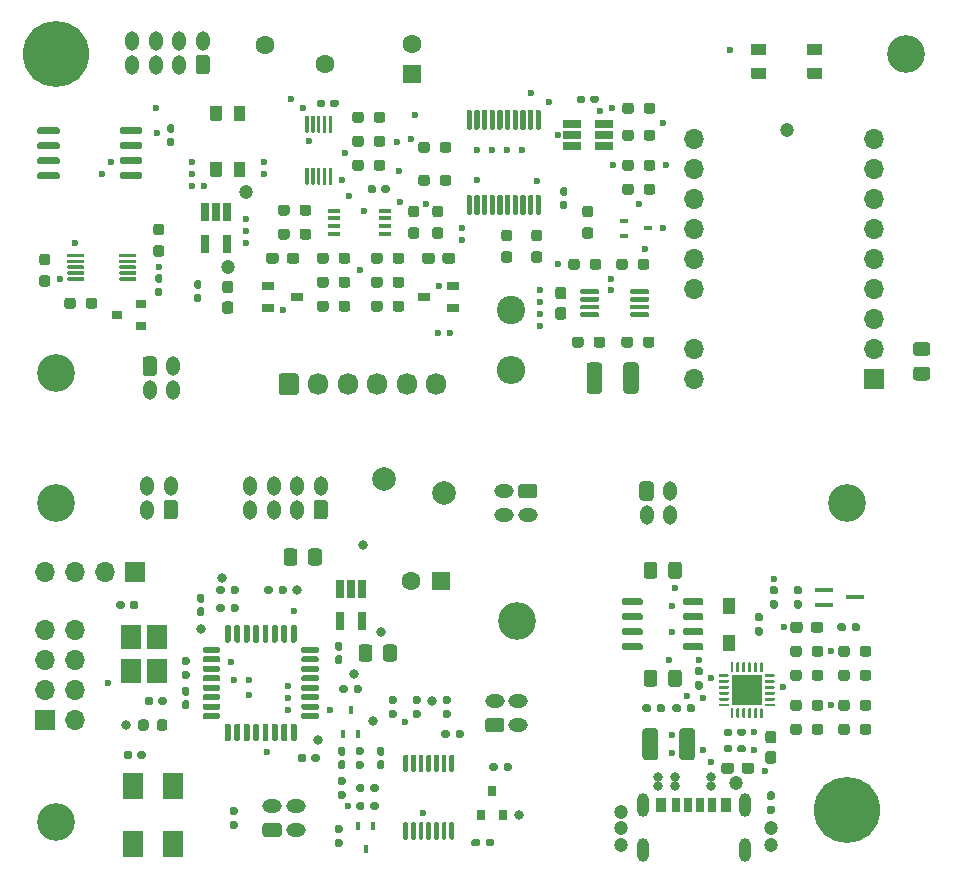
<source format=gts>
G04 #@! TF.GenerationSoftware,KiCad,Pcbnew,(5.1.10-1-10_14)*
G04 #@! TF.CreationDate,2022-03-22T14:27:17+09:00*
G04 #@! TF.ProjectId,EH-900,45482d39-3030-42e6-9b69-6361645f7063,rev?*
G04 #@! TF.SameCoordinates,PX5f5e100PY510ff40*
G04 #@! TF.FileFunction,Soldermask,Top*
G04 #@! TF.FilePolarity,Negative*
%FSLAX46Y46*%
G04 Gerber Fmt 4.6, Leading zero omitted, Abs format (unit mm)*
G04 Created by KiCad (PCBNEW (5.1.10-1-10_14)) date 2022-03-22 14:27:17*
%MOMM*%
%LPD*%
G01*
G04 APERTURE LIST*
%ADD10C,0.500000*%
%ADD11R,0.700000X1.150000*%
%ADD12R,0.800000X1.150000*%
%ADD13R,0.900000X1.150000*%
%ADD14O,1.000000X2.000000*%
%ADD15R,2.600000X2.600000*%
%ADD16C,3.200000*%
%ADD17R,1.500000X0.450000*%
%ADD18R,1.100000X1.400000*%
%ADD19R,1.560000X0.650000*%
%ADD20R,0.900000X0.800000*%
%ADD21O,1.700000X1.700000*%
%ADD22R,1.700000X1.700000*%
%ADD23C,1.600000*%
%ADD24R,1.600000X1.600000*%
%ADD25C,4.000000*%
%ADD26C,5.600000*%
%ADD27C,3.600000*%
%ADD28C,2.010000*%
%ADD29O,1.200000X1.650000*%
%ADD30O,1.650000X1.200000*%
%ADD31R,1.800000X2.100000*%
%ADD32R,1.800000X2.250000*%
%ADD33O,1.700000X1.850000*%
%ADD34R,0.700000X0.450000*%
%ADD35R,0.450000X0.700000*%
%ADD36R,1.100000X0.400000*%
%ADD37R,1.000000X0.800000*%
%ADD38O,2.400000X2.400000*%
%ADD39C,2.400000*%
%ADD40R,0.650000X1.560000*%
%ADD41R,0.800000X0.900000*%
%ADD42C,1.200000*%
%ADD43C,0.600000*%
%ADD44C,0.800000*%
G04 APERTURE END LIST*
D10*
G04 #@! TO.C,J301*
X62320000Y5050000D03*
X62320000Y5750000D03*
D11*
X58500000Y5405000D03*
X57500000Y5405000D03*
D12*
X56480000Y5405000D03*
X59520000Y5405000D03*
D13*
X55250000Y5405000D03*
X60750000Y5405000D03*
D14*
X53680000Y5400000D03*
X62320000Y5400000D03*
X53680000Y1600000D03*
X62320000Y1600000D03*
D10*
X62320000Y5400000D03*
G04 #@! TD*
D15*
G04 #@! TO.C,U301*
X62484000Y15140000D03*
G36*
G01*
X63859000Y13552500D02*
X63859000Y12852500D01*
G75*
G02*
X63796500Y12790000I-62500J0D01*
G01*
X63671500Y12790000D01*
G75*
G02*
X63609000Y12852500I0J62500D01*
G01*
X63609000Y13552500D01*
G75*
G02*
X63671500Y13615000I62500J0D01*
G01*
X63796500Y13615000D01*
G75*
G02*
X63859000Y13552500I0J-62500D01*
G01*
G37*
G36*
G01*
X63359000Y13552500D02*
X63359000Y12852500D01*
G75*
G02*
X63296500Y12790000I-62500J0D01*
G01*
X63171500Y12790000D01*
G75*
G02*
X63109000Y12852500I0J62500D01*
G01*
X63109000Y13552500D01*
G75*
G02*
X63171500Y13615000I62500J0D01*
G01*
X63296500Y13615000D01*
G75*
G02*
X63359000Y13552500I0J-62500D01*
G01*
G37*
G36*
G01*
X62859000Y13552500D02*
X62859000Y12852500D01*
G75*
G02*
X62796500Y12790000I-62500J0D01*
G01*
X62671500Y12790000D01*
G75*
G02*
X62609000Y12852500I0J62500D01*
G01*
X62609000Y13552500D01*
G75*
G02*
X62671500Y13615000I62500J0D01*
G01*
X62796500Y13615000D01*
G75*
G02*
X62859000Y13552500I0J-62500D01*
G01*
G37*
G36*
G01*
X62359000Y13552500D02*
X62359000Y12852500D01*
G75*
G02*
X62296500Y12790000I-62500J0D01*
G01*
X62171500Y12790000D01*
G75*
G02*
X62109000Y12852500I0J62500D01*
G01*
X62109000Y13552500D01*
G75*
G02*
X62171500Y13615000I62500J0D01*
G01*
X62296500Y13615000D01*
G75*
G02*
X62359000Y13552500I0J-62500D01*
G01*
G37*
G36*
G01*
X61859000Y13552500D02*
X61859000Y12852500D01*
G75*
G02*
X61796500Y12790000I-62500J0D01*
G01*
X61671500Y12790000D01*
G75*
G02*
X61609000Y12852500I0J62500D01*
G01*
X61609000Y13552500D01*
G75*
G02*
X61671500Y13615000I62500J0D01*
G01*
X61796500Y13615000D01*
G75*
G02*
X61859000Y13552500I0J-62500D01*
G01*
G37*
G36*
G01*
X61359000Y13552500D02*
X61359000Y12852500D01*
G75*
G02*
X61296500Y12790000I-62500J0D01*
G01*
X61171500Y12790000D01*
G75*
G02*
X61109000Y12852500I0J62500D01*
G01*
X61109000Y13552500D01*
G75*
G02*
X61171500Y13615000I62500J0D01*
G01*
X61296500Y13615000D01*
G75*
G02*
X61359000Y13552500I0J-62500D01*
G01*
G37*
G36*
G01*
X60959000Y13952500D02*
X60959000Y13827500D01*
G75*
G02*
X60896500Y13765000I-62500J0D01*
G01*
X60196500Y13765000D01*
G75*
G02*
X60134000Y13827500I0J62500D01*
G01*
X60134000Y13952500D01*
G75*
G02*
X60196500Y14015000I62500J0D01*
G01*
X60896500Y14015000D01*
G75*
G02*
X60959000Y13952500I0J-62500D01*
G01*
G37*
G36*
G01*
X60959000Y14452500D02*
X60959000Y14327500D01*
G75*
G02*
X60896500Y14265000I-62500J0D01*
G01*
X60196500Y14265000D01*
G75*
G02*
X60134000Y14327500I0J62500D01*
G01*
X60134000Y14452500D01*
G75*
G02*
X60196500Y14515000I62500J0D01*
G01*
X60896500Y14515000D01*
G75*
G02*
X60959000Y14452500I0J-62500D01*
G01*
G37*
G36*
G01*
X60959000Y14952500D02*
X60959000Y14827500D01*
G75*
G02*
X60896500Y14765000I-62500J0D01*
G01*
X60196500Y14765000D01*
G75*
G02*
X60134000Y14827500I0J62500D01*
G01*
X60134000Y14952500D01*
G75*
G02*
X60196500Y15015000I62500J0D01*
G01*
X60896500Y15015000D01*
G75*
G02*
X60959000Y14952500I0J-62500D01*
G01*
G37*
G36*
G01*
X60959000Y15452500D02*
X60959000Y15327500D01*
G75*
G02*
X60896500Y15265000I-62500J0D01*
G01*
X60196500Y15265000D01*
G75*
G02*
X60134000Y15327500I0J62500D01*
G01*
X60134000Y15452500D01*
G75*
G02*
X60196500Y15515000I62500J0D01*
G01*
X60896500Y15515000D01*
G75*
G02*
X60959000Y15452500I0J-62500D01*
G01*
G37*
G36*
G01*
X60959000Y15952500D02*
X60959000Y15827500D01*
G75*
G02*
X60896500Y15765000I-62500J0D01*
G01*
X60196500Y15765000D01*
G75*
G02*
X60134000Y15827500I0J62500D01*
G01*
X60134000Y15952500D01*
G75*
G02*
X60196500Y16015000I62500J0D01*
G01*
X60896500Y16015000D01*
G75*
G02*
X60959000Y15952500I0J-62500D01*
G01*
G37*
G36*
G01*
X60959000Y16452500D02*
X60959000Y16327500D01*
G75*
G02*
X60896500Y16265000I-62500J0D01*
G01*
X60196500Y16265000D01*
G75*
G02*
X60134000Y16327500I0J62500D01*
G01*
X60134000Y16452500D01*
G75*
G02*
X60196500Y16515000I62500J0D01*
G01*
X60896500Y16515000D01*
G75*
G02*
X60959000Y16452500I0J-62500D01*
G01*
G37*
G36*
G01*
X61359000Y17427500D02*
X61359000Y16727500D01*
G75*
G02*
X61296500Y16665000I-62500J0D01*
G01*
X61171500Y16665000D01*
G75*
G02*
X61109000Y16727500I0J62500D01*
G01*
X61109000Y17427500D01*
G75*
G02*
X61171500Y17490000I62500J0D01*
G01*
X61296500Y17490000D01*
G75*
G02*
X61359000Y17427500I0J-62500D01*
G01*
G37*
G36*
G01*
X61859000Y17427500D02*
X61859000Y16727500D01*
G75*
G02*
X61796500Y16665000I-62500J0D01*
G01*
X61671500Y16665000D01*
G75*
G02*
X61609000Y16727500I0J62500D01*
G01*
X61609000Y17427500D01*
G75*
G02*
X61671500Y17490000I62500J0D01*
G01*
X61796500Y17490000D01*
G75*
G02*
X61859000Y17427500I0J-62500D01*
G01*
G37*
G36*
G01*
X62359000Y17427500D02*
X62359000Y16727500D01*
G75*
G02*
X62296500Y16665000I-62500J0D01*
G01*
X62171500Y16665000D01*
G75*
G02*
X62109000Y16727500I0J62500D01*
G01*
X62109000Y17427500D01*
G75*
G02*
X62171500Y17490000I62500J0D01*
G01*
X62296500Y17490000D01*
G75*
G02*
X62359000Y17427500I0J-62500D01*
G01*
G37*
G36*
G01*
X62859000Y17427500D02*
X62859000Y16727500D01*
G75*
G02*
X62796500Y16665000I-62500J0D01*
G01*
X62671500Y16665000D01*
G75*
G02*
X62609000Y16727500I0J62500D01*
G01*
X62609000Y17427500D01*
G75*
G02*
X62671500Y17490000I62500J0D01*
G01*
X62796500Y17490000D01*
G75*
G02*
X62859000Y17427500I0J-62500D01*
G01*
G37*
G36*
G01*
X63359000Y17427500D02*
X63359000Y16727500D01*
G75*
G02*
X63296500Y16665000I-62500J0D01*
G01*
X63171500Y16665000D01*
G75*
G02*
X63109000Y16727500I0J62500D01*
G01*
X63109000Y17427500D01*
G75*
G02*
X63171500Y17490000I62500J0D01*
G01*
X63296500Y17490000D01*
G75*
G02*
X63359000Y17427500I0J-62500D01*
G01*
G37*
G36*
G01*
X63859000Y17427500D02*
X63859000Y16727500D01*
G75*
G02*
X63796500Y16665000I-62500J0D01*
G01*
X63671500Y16665000D01*
G75*
G02*
X63609000Y16727500I0J62500D01*
G01*
X63609000Y17427500D01*
G75*
G02*
X63671500Y17490000I62500J0D01*
G01*
X63796500Y17490000D01*
G75*
G02*
X63859000Y17427500I0J-62500D01*
G01*
G37*
G36*
G01*
X64834000Y16452500D02*
X64834000Y16327500D01*
G75*
G02*
X64771500Y16265000I-62500J0D01*
G01*
X64071500Y16265000D01*
G75*
G02*
X64009000Y16327500I0J62500D01*
G01*
X64009000Y16452500D01*
G75*
G02*
X64071500Y16515000I62500J0D01*
G01*
X64771500Y16515000D01*
G75*
G02*
X64834000Y16452500I0J-62500D01*
G01*
G37*
G36*
G01*
X64834000Y15952500D02*
X64834000Y15827500D01*
G75*
G02*
X64771500Y15765000I-62500J0D01*
G01*
X64071500Y15765000D01*
G75*
G02*
X64009000Y15827500I0J62500D01*
G01*
X64009000Y15952500D01*
G75*
G02*
X64071500Y16015000I62500J0D01*
G01*
X64771500Y16015000D01*
G75*
G02*
X64834000Y15952500I0J-62500D01*
G01*
G37*
G36*
G01*
X64834000Y15452500D02*
X64834000Y15327500D01*
G75*
G02*
X64771500Y15265000I-62500J0D01*
G01*
X64071500Y15265000D01*
G75*
G02*
X64009000Y15327500I0J62500D01*
G01*
X64009000Y15452500D01*
G75*
G02*
X64071500Y15515000I62500J0D01*
G01*
X64771500Y15515000D01*
G75*
G02*
X64834000Y15452500I0J-62500D01*
G01*
G37*
G36*
G01*
X64834000Y14952500D02*
X64834000Y14827500D01*
G75*
G02*
X64771500Y14765000I-62500J0D01*
G01*
X64071500Y14765000D01*
G75*
G02*
X64009000Y14827500I0J62500D01*
G01*
X64009000Y14952500D01*
G75*
G02*
X64071500Y15015000I62500J0D01*
G01*
X64771500Y15015000D01*
G75*
G02*
X64834000Y14952500I0J-62500D01*
G01*
G37*
G36*
G01*
X64834000Y14452500D02*
X64834000Y14327500D01*
G75*
G02*
X64771500Y14265000I-62500J0D01*
G01*
X64071500Y14265000D01*
G75*
G02*
X64009000Y14327500I0J62500D01*
G01*
X64009000Y14452500D01*
G75*
G02*
X64071500Y14515000I62500J0D01*
G01*
X64771500Y14515000D01*
G75*
G02*
X64834000Y14452500I0J-62500D01*
G01*
G37*
G36*
G01*
X64834000Y13952500D02*
X64834000Y13827500D01*
G75*
G02*
X64771500Y13765000I-62500J0D01*
G01*
X64071500Y13765000D01*
G75*
G02*
X64009000Y13827500I0J62500D01*
G01*
X64009000Y13952500D01*
G75*
G02*
X64071500Y14015000I62500J0D01*
G01*
X64771500Y14015000D01*
G75*
G02*
X64834000Y13952500I0J-62500D01*
G01*
G37*
G04 #@! TD*
D16*
G04 #@! TO.C,REF\u002A\u002A*
X71000000Y31000000D03*
G04 #@! TD*
G04 #@! TO.C,R305*
G36*
G01*
X64676000Y5855000D02*
X64356000Y5855000D01*
G75*
G02*
X64196000Y6015000I0J160000D01*
G01*
X64196000Y6410000D01*
G75*
G02*
X64356000Y6570000I160000J0D01*
G01*
X64676000Y6570000D01*
G75*
G02*
X64836000Y6410000I0J-160000D01*
G01*
X64836000Y6015000D01*
G75*
G02*
X64676000Y5855000I-160000J0D01*
G01*
G37*
G36*
G01*
X64676000Y4660000D02*
X64356000Y4660000D01*
G75*
G02*
X64196000Y4820000I0J160000D01*
G01*
X64196000Y5215000D01*
G75*
G02*
X64356000Y5375000I160000J0D01*
G01*
X64676000Y5375000D01*
G75*
G02*
X64836000Y5215000I0J-160000D01*
G01*
X64836000Y4820000D01*
G75*
G02*
X64676000Y4660000I-160000J0D01*
G01*
G37*
G04 #@! TD*
G04 #@! TO.C,D302*
G36*
G01*
X67214000Y20711500D02*
X67214000Y20236500D01*
G75*
G02*
X66976500Y19999000I-237500J0D01*
G01*
X66401500Y19999000D01*
G75*
G02*
X66164000Y20236500I0J237500D01*
G01*
X66164000Y20711500D01*
G75*
G02*
X66401500Y20949000I237500J0D01*
G01*
X66976500Y20949000D01*
G75*
G02*
X67214000Y20711500I0J-237500D01*
G01*
G37*
G36*
G01*
X68964000Y20711500D02*
X68964000Y20236500D01*
G75*
G02*
X68726500Y19999000I-237500J0D01*
G01*
X68151500Y19999000D01*
G75*
G02*
X67914000Y20236500I0J237500D01*
G01*
X67914000Y20711500D01*
G75*
G02*
X68151500Y20949000I237500J0D01*
G01*
X68726500Y20949000D01*
G75*
G02*
X68964000Y20711500I0J-237500D01*
G01*
G37*
G04 #@! TD*
G04 #@! TO.C,R316*
G36*
G01*
X71360000Y20314000D02*
X71360000Y20634000D01*
G75*
G02*
X71520000Y20794000I160000J0D01*
G01*
X71915000Y20794000D01*
G75*
G02*
X72075000Y20634000I0J-160000D01*
G01*
X72075000Y20314000D01*
G75*
G02*
X71915000Y20154000I-160000J0D01*
G01*
X71520000Y20154000D01*
G75*
G02*
X71360000Y20314000I0J160000D01*
G01*
G37*
G36*
G01*
X70165000Y20314000D02*
X70165000Y20634000D01*
G75*
G02*
X70325000Y20794000I160000J0D01*
G01*
X70720000Y20794000D01*
G75*
G02*
X70880000Y20634000I0J-160000D01*
G01*
X70880000Y20314000D01*
G75*
G02*
X70720000Y20154000I-160000J0D01*
G01*
X70325000Y20154000D01*
G75*
G02*
X70165000Y20314000I0J160000D01*
G01*
G37*
G04 #@! TD*
G04 #@! TO.C,R315*
G36*
G01*
X66642000Y22774000D02*
X66962000Y22774000D01*
G75*
G02*
X67122000Y22614000I0J-160000D01*
G01*
X67122000Y22219000D01*
G75*
G02*
X66962000Y22059000I-160000J0D01*
G01*
X66642000Y22059000D01*
G75*
G02*
X66482000Y22219000I0J160000D01*
G01*
X66482000Y22614000D01*
G75*
G02*
X66642000Y22774000I160000J0D01*
G01*
G37*
G36*
G01*
X66642000Y23969000D02*
X66962000Y23969000D01*
G75*
G02*
X67122000Y23809000I0J-160000D01*
G01*
X67122000Y23414000D01*
G75*
G02*
X66962000Y23254000I-160000J0D01*
G01*
X66642000Y23254000D01*
G75*
G02*
X66482000Y23414000I0J160000D01*
G01*
X66482000Y23809000D01*
G75*
G02*
X66642000Y23969000I160000J0D01*
G01*
G37*
G04 #@! TD*
G04 #@! TO.C,R314*
G36*
G01*
X58260000Y15916000D02*
X58580000Y15916000D01*
G75*
G02*
X58740000Y15756000I0J-160000D01*
G01*
X58740000Y15361000D01*
G75*
G02*
X58580000Y15201000I-160000J0D01*
G01*
X58260000Y15201000D01*
G75*
G02*
X58100000Y15361000I0J160000D01*
G01*
X58100000Y15756000D01*
G75*
G02*
X58260000Y15916000I160000J0D01*
G01*
G37*
G36*
G01*
X58260000Y17111000D02*
X58580000Y17111000D01*
G75*
G02*
X58740000Y16951000I0J-160000D01*
G01*
X58740000Y16556000D01*
G75*
G02*
X58580000Y16396000I-160000J0D01*
G01*
X58260000Y16396000D01*
G75*
G02*
X58100000Y16556000I0J160000D01*
G01*
X58100000Y16951000D01*
G75*
G02*
X58260000Y17111000I160000J0D01*
G01*
G37*
G04 #@! TD*
G04 #@! TO.C,R313*
G36*
G01*
X63660000Y20968000D02*
X63340000Y20968000D01*
G75*
G02*
X63180000Y21128000I0J160000D01*
G01*
X63180000Y21523000D01*
G75*
G02*
X63340000Y21683000I160000J0D01*
G01*
X63660000Y21683000D01*
G75*
G02*
X63820000Y21523000I0J-160000D01*
G01*
X63820000Y21128000D01*
G75*
G02*
X63660000Y20968000I-160000J0D01*
G01*
G37*
G36*
G01*
X63660000Y19773000D02*
X63340000Y19773000D01*
G75*
G02*
X63180000Y19933000I0J160000D01*
G01*
X63180000Y20328000D01*
G75*
G02*
X63340000Y20488000I160000J0D01*
G01*
X63660000Y20488000D01*
G75*
G02*
X63820000Y20328000I0J-160000D01*
G01*
X63820000Y19933000D01*
G75*
G02*
X63660000Y19773000I-160000J0D01*
G01*
G37*
G04 #@! TD*
G04 #@! TO.C,R312*
G36*
G01*
X64930000Y23254000D02*
X64610000Y23254000D01*
G75*
G02*
X64450000Y23414000I0J160000D01*
G01*
X64450000Y23809000D01*
G75*
G02*
X64610000Y23969000I160000J0D01*
G01*
X64930000Y23969000D01*
G75*
G02*
X65090000Y23809000I0J-160000D01*
G01*
X65090000Y23414000D01*
G75*
G02*
X64930000Y23254000I-160000J0D01*
G01*
G37*
G36*
G01*
X64930000Y22059000D02*
X64610000Y22059000D01*
G75*
G02*
X64450000Y22219000I0J160000D01*
G01*
X64450000Y22614000D01*
G75*
G02*
X64610000Y22774000I160000J0D01*
G01*
X64930000Y22774000D01*
G75*
G02*
X65090000Y22614000I0J-160000D01*
G01*
X65090000Y22219000D01*
G75*
G02*
X64930000Y22059000I-160000J0D01*
G01*
G37*
G04 #@! TD*
G04 #@! TO.C,R311*
G36*
G01*
X54850000Y13456000D02*
X54850000Y13776000D01*
G75*
G02*
X55010000Y13936000I160000J0D01*
G01*
X55405000Y13936000D01*
G75*
G02*
X55565000Y13776000I0J-160000D01*
G01*
X55565000Y13456000D01*
G75*
G02*
X55405000Y13296000I-160000J0D01*
G01*
X55010000Y13296000D01*
G75*
G02*
X54850000Y13456000I0J160000D01*
G01*
G37*
G36*
G01*
X53655000Y13456000D02*
X53655000Y13776000D01*
G75*
G02*
X53815000Y13936000I160000J0D01*
G01*
X54210000Y13936000D01*
G75*
G02*
X54370000Y13776000I0J-160000D01*
G01*
X54370000Y13456000D01*
G75*
G02*
X54210000Y13296000I-160000J0D01*
G01*
X53815000Y13296000D01*
G75*
G02*
X53655000Y13456000I0J160000D01*
G01*
G37*
G04 #@! TD*
G04 #@! TO.C,R310*
G36*
G01*
X57390000Y13456000D02*
X57390000Y13776000D01*
G75*
G02*
X57550000Y13936000I160000J0D01*
G01*
X57945000Y13936000D01*
G75*
G02*
X58105000Y13776000I0J-160000D01*
G01*
X58105000Y13456000D01*
G75*
G02*
X57945000Y13296000I-160000J0D01*
G01*
X57550000Y13296000D01*
G75*
G02*
X57390000Y13456000I0J160000D01*
G01*
G37*
G36*
G01*
X56195000Y13456000D02*
X56195000Y13776000D01*
G75*
G02*
X56355000Y13936000I160000J0D01*
G01*
X56750000Y13936000D01*
G75*
G02*
X56910000Y13776000I0J-160000D01*
G01*
X56910000Y13456000D01*
G75*
G02*
X56750000Y13296000I-160000J0D01*
G01*
X56355000Y13296000D01*
G75*
G02*
X56195000Y13456000I0J160000D01*
G01*
G37*
G04 #@! TD*
G04 #@! TO.C,R309*
G36*
G01*
X67989000Y11600500D02*
X67989000Y12075500D01*
G75*
G02*
X68226500Y12313000I237500J0D01*
G01*
X68726500Y12313000D01*
G75*
G02*
X68964000Y12075500I0J-237500D01*
G01*
X68964000Y11600500D01*
G75*
G02*
X68726500Y11363000I-237500J0D01*
G01*
X68226500Y11363000D01*
G75*
G02*
X67989000Y11600500I0J237500D01*
G01*
G37*
G36*
G01*
X66164000Y11600500D02*
X66164000Y12075500D01*
G75*
G02*
X66401500Y12313000I237500J0D01*
G01*
X66901500Y12313000D01*
G75*
G02*
X67139000Y12075500I0J-237500D01*
G01*
X67139000Y11600500D01*
G75*
G02*
X66901500Y11363000I-237500J0D01*
G01*
X66401500Y11363000D01*
G75*
G02*
X66164000Y11600500I0J237500D01*
G01*
G37*
G04 #@! TD*
G04 #@! TO.C,R308*
G36*
G01*
X67139000Y14107500D02*
X67139000Y13632500D01*
G75*
G02*
X66901500Y13395000I-237500J0D01*
G01*
X66401500Y13395000D01*
G75*
G02*
X66164000Y13632500I0J237500D01*
G01*
X66164000Y14107500D01*
G75*
G02*
X66401500Y14345000I237500J0D01*
G01*
X66901500Y14345000D01*
G75*
G02*
X67139000Y14107500I0J-237500D01*
G01*
G37*
G36*
G01*
X68964000Y14107500D02*
X68964000Y13632500D01*
G75*
G02*
X68726500Y13395000I-237500J0D01*
G01*
X68226500Y13395000D01*
G75*
G02*
X67989000Y13632500I0J237500D01*
G01*
X67989000Y14107500D01*
G75*
G02*
X68226500Y14345000I237500J0D01*
G01*
X68726500Y14345000D01*
G75*
G02*
X68964000Y14107500I0J-237500D01*
G01*
G37*
G04 #@! TD*
G04 #@! TO.C,R307*
G36*
G01*
X71203000Y12075500D02*
X71203000Y11600500D01*
G75*
G02*
X70965500Y11363000I-237500J0D01*
G01*
X70465500Y11363000D01*
G75*
G02*
X70228000Y11600500I0J237500D01*
G01*
X70228000Y12075500D01*
G75*
G02*
X70465500Y12313000I237500J0D01*
G01*
X70965500Y12313000D01*
G75*
G02*
X71203000Y12075500I0J-237500D01*
G01*
G37*
G36*
G01*
X73028000Y12075500D02*
X73028000Y11600500D01*
G75*
G02*
X72790500Y11363000I-237500J0D01*
G01*
X72290500Y11363000D01*
G75*
G02*
X72053000Y11600500I0J237500D01*
G01*
X72053000Y12075500D01*
G75*
G02*
X72290500Y12313000I237500J0D01*
G01*
X72790500Y12313000D01*
G75*
G02*
X73028000Y12075500I0J-237500D01*
G01*
G37*
G04 #@! TD*
G04 #@! TO.C,R306*
G36*
G01*
X72053000Y13632500D02*
X72053000Y14107500D01*
G75*
G02*
X72290500Y14345000I237500J0D01*
G01*
X72790500Y14345000D01*
G75*
G02*
X73028000Y14107500I0J-237500D01*
G01*
X73028000Y13632500D01*
G75*
G02*
X72790500Y13395000I-237500J0D01*
G01*
X72290500Y13395000D01*
G75*
G02*
X72053000Y13632500I0J237500D01*
G01*
G37*
G36*
G01*
X70228000Y13632500D02*
X70228000Y14107500D01*
G75*
G02*
X70465500Y14345000I237500J0D01*
G01*
X70965500Y14345000D01*
G75*
G02*
X71203000Y14107500I0J-237500D01*
G01*
X71203000Y13632500D01*
G75*
G02*
X70965500Y13395000I-237500J0D01*
G01*
X70465500Y13395000D01*
G75*
G02*
X70228000Y13632500I0J237500D01*
G01*
G37*
G04 #@! TD*
G04 #@! TO.C,R304*
G36*
G01*
X67989000Y16172500D02*
X67989000Y16647500D01*
G75*
G02*
X68226500Y16885000I237500J0D01*
G01*
X68726500Y16885000D01*
G75*
G02*
X68964000Y16647500I0J-237500D01*
G01*
X68964000Y16172500D01*
G75*
G02*
X68726500Y15935000I-237500J0D01*
G01*
X68226500Y15935000D01*
G75*
G02*
X67989000Y16172500I0J237500D01*
G01*
G37*
G36*
G01*
X66164000Y16172500D02*
X66164000Y16647500D01*
G75*
G02*
X66401500Y16885000I237500J0D01*
G01*
X66901500Y16885000D01*
G75*
G02*
X67139000Y16647500I0J-237500D01*
G01*
X67139000Y16172500D01*
G75*
G02*
X66901500Y15935000I-237500J0D01*
G01*
X66401500Y15935000D01*
G75*
G02*
X66164000Y16172500I0J237500D01*
G01*
G37*
G04 #@! TD*
G04 #@! TO.C,R303*
G36*
G01*
X67139000Y18679500D02*
X67139000Y18204500D01*
G75*
G02*
X66901500Y17967000I-237500J0D01*
G01*
X66401500Y17967000D01*
G75*
G02*
X66164000Y18204500I0J237500D01*
G01*
X66164000Y18679500D01*
G75*
G02*
X66401500Y18917000I237500J0D01*
G01*
X66901500Y18917000D01*
G75*
G02*
X67139000Y18679500I0J-237500D01*
G01*
G37*
G36*
G01*
X68964000Y18679500D02*
X68964000Y18204500D01*
G75*
G02*
X68726500Y17967000I-237500J0D01*
G01*
X68226500Y17967000D01*
G75*
G02*
X67989000Y18204500I0J237500D01*
G01*
X67989000Y18679500D01*
G75*
G02*
X68226500Y18917000I237500J0D01*
G01*
X68726500Y18917000D01*
G75*
G02*
X68964000Y18679500I0J-237500D01*
G01*
G37*
G04 #@! TD*
G04 #@! TO.C,R302*
G36*
G01*
X71203000Y16647500D02*
X71203000Y16172500D01*
G75*
G02*
X70965500Y15935000I-237500J0D01*
G01*
X70465500Y15935000D01*
G75*
G02*
X70228000Y16172500I0J237500D01*
G01*
X70228000Y16647500D01*
G75*
G02*
X70465500Y16885000I237500J0D01*
G01*
X70965500Y16885000D01*
G75*
G02*
X71203000Y16647500I0J-237500D01*
G01*
G37*
G36*
G01*
X73028000Y16647500D02*
X73028000Y16172500D01*
G75*
G02*
X72790500Y15935000I-237500J0D01*
G01*
X72290500Y15935000D01*
G75*
G02*
X72053000Y16172500I0J237500D01*
G01*
X72053000Y16647500D01*
G75*
G02*
X72290500Y16885000I237500J0D01*
G01*
X72790500Y16885000D01*
G75*
G02*
X73028000Y16647500I0J-237500D01*
G01*
G37*
G04 #@! TD*
G04 #@! TO.C,R301*
G36*
G01*
X72053000Y18204500D02*
X72053000Y18679500D01*
G75*
G02*
X72290500Y18917000I237500J0D01*
G01*
X72790500Y18917000D01*
G75*
G02*
X73028000Y18679500I0J-237500D01*
G01*
X73028000Y18204500D01*
G75*
G02*
X72790500Y17967000I-237500J0D01*
G01*
X72290500Y17967000D01*
G75*
G02*
X72053000Y18204500I0J237500D01*
G01*
G37*
G36*
G01*
X70228000Y18204500D02*
X70228000Y18679500D01*
G75*
G02*
X70465500Y18917000I237500J0D01*
G01*
X70965500Y18917000D01*
G75*
G02*
X71203000Y18679500I0J-237500D01*
G01*
X71203000Y18204500D01*
G75*
G02*
X70965500Y17967000I-237500J0D01*
G01*
X70465500Y17967000D01*
G75*
G02*
X70228000Y18204500I0J237500D01*
G01*
G37*
G04 #@! TD*
D17*
G04 #@! TO.C,Q302*
X71688000Y23014000D03*
X69028000Y22364000D03*
X69028000Y23664000D03*
G04 #@! TD*
G04 #@! TO.C,Q301*
G36*
G01*
X53672000Y18973000D02*
X53672000Y18673000D01*
G75*
G02*
X53522000Y18523000I-150000J0D01*
G01*
X52072000Y18523000D01*
G75*
G02*
X51922000Y18673000I0J150000D01*
G01*
X51922000Y18973000D01*
G75*
G02*
X52072000Y19123000I150000J0D01*
G01*
X53522000Y19123000D01*
G75*
G02*
X53672000Y18973000I0J-150000D01*
G01*
G37*
G36*
G01*
X53672000Y20243000D02*
X53672000Y19943000D01*
G75*
G02*
X53522000Y19793000I-150000J0D01*
G01*
X52072000Y19793000D01*
G75*
G02*
X51922000Y19943000I0J150000D01*
G01*
X51922000Y20243000D01*
G75*
G02*
X52072000Y20393000I150000J0D01*
G01*
X53522000Y20393000D01*
G75*
G02*
X53672000Y20243000I0J-150000D01*
G01*
G37*
G36*
G01*
X53672000Y21513000D02*
X53672000Y21213000D01*
G75*
G02*
X53522000Y21063000I-150000J0D01*
G01*
X52072000Y21063000D01*
G75*
G02*
X51922000Y21213000I0J150000D01*
G01*
X51922000Y21513000D01*
G75*
G02*
X52072000Y21663000I150000J0D01*
G01*
X53522000Y21663000D01*
G75*
G02*
X53672000Y21513000I0J-150000D01*
G01*
G37*
G36*
G01*
X53672000Y22783000D02*
X53672000Y22483000D01*
G75*
G02*
X53522000Y22333000I-150000J0D01*
G01*
X52072000Y22333000D01*
G75*
G02*
X51922000Y22483000I0J150000D01*
G01*
X51922000Y22783000D01*
G75*
G02*
X52072000Y22933000I150000J0D01*
G01*
X53522000Y22933000D01*
G75*
G02*
X53672000Y22783000I0J-150000D01*
G01*
G37*
G36*
G01*
X58822000Y22783000D02*
X58822000Y22483000D01*
G75*
G02*
X58672000Y22333000I-150000J0D01*
G01*
X57222000Y22333000D01*
G75*
G02*
X57072000Y22483000I0J150000D01*
G01*
X57072000Y22783000D01*
G75*
G02*
X57222000Y22933000I150000J0D01*
G01*
X58672000Y22933000D01*
G75*
G02*
X58822000Y22783000I0J-150000D01*
G01*
G37*
G36*
G01*
X58822000Y21513000D02*
X58822000Y21213000D01*
G75*
G02*
X58672000Y21063000I-150000J0D01*
G01*
X57222000Y21063000D01*
G75*
G02*
X57072000Y21213000I0J150000D01*
G01*
X57072000Y21513000D01*
G75*
G02*
X57222000Y21663000I150000J0D01*
G01*
X58672000Y21663000D01*
G75*
G02*
X58822000Y21513000I0J-150000D01*
G01*
G37*
G36*
G01*
X58822000Y20243000D02*
X58822000Y19943000D01*
G75*
G02*
X58672000Y19793000I-150000J0D01*
G01*
X57222000Y19793000D01*
G75*
G02*
X57072000Y19943000I0J150000D01*
G01*
X57072000Y20243000D01*
G75*
G02*
X57222000Y20393000I150000J0D01*
G01*
X58672000Y20393000D01*
G75*
G02*
X58822000Y20243000I0J-150000D01*
G01*
G37*
G36*
G01*
X58822000Y18973000D02*
X58822000Y18673000D01*
G75*
G02*
X58672000Y18523000I-150000J0D01*
G01*
X57222000Y18523000D01*
G75*
G02*
X57072000Y18673000I0J150000D01*
G01*
X57072000Y18973000D01*
G75*
G02*
X57222000Y19123000I150000J0D01*
G01*
X58672000Y19123000D01*
G75*
G02*
X58822000Y18973000I0J-150000D01*
G01*
G37*
G04 #@! TD*
D18*
G04 #@! TO.C,D301*
X60960000Y19178000D03*
X60960000Y22278000D03*
G04 #@! TD*
G04 #@! TO.C,C307*
G36*
G01*
X55822000Y24825000D02*
X55822000Y25775000D01*
G75*
G02*
X56072000Y26025000I250000J0D01*
G01*
X56747000Y26025000D01*
G75*
G02*
X56997000Y25775000I0J-250000D01*
G01*
X56997000Y24825000D01*
G75*
G02*
X56747000Y24575000I-250000J0D01*
G01*
X56072000Y24575000D01*
G75*
G02*
X55822000Y24825000I0J250000D01*
G01*
G37*
G36*
G01*
X53747000Y24825000D02*
X53747000Y25775000D01*
G75*
G02*
X53997000Y26025000I250000J0D01*
G01*
X54672000Y26025000D01*
G75*
G02*
X54922000Y25775000I0J-250000D01*
G01*
X54922000Y24825000D01*
G75*
G02*
X54672000Y24575000I-250000J0D01*
G01*
X53997000Y24575000D01*
G75*
G02*
X53747000Y24825000I0J250000D01*
G01*
G37*
G04 #@! TD*
G04 #@! TO.C,C306*
G36*
G01*
X64753500Y10639000D02*
X64278500Y10639000D01*
G75*
G02*
X64041000Y10876500I0J237500D01*
G01*
X64041000Y11476500D01*
G75*
G02*
X64278500Y11714000I237500J0D01*
G01*
X64753500Y11714000D01*
G75*
G02*
X64991000Y11476500I0J-237500D01*
G01*
X64991000Y10876500D01*
G75*
G02*
X64753500Y10639000I-237500J0D01*
G01*
G37*
G36*
G01*
X64753500Y8914000D02*
X64278500Y8914000D01*
G75*
G02*
X64041000Y9151500I0J237500D01*
G01*
X64041000Y9751500D01*
G75*
G02*
X64278500Y9989000I237500J0D01*
G01*
X64753500Y9989000D01*
G75*
G02*
X64991000Y9751500I0J-237500D01*
G01*
X64991000Y9151500D01*
G75*
G02*
X64753500Y8914000I-237500J0D01*
G01*
G37*
G04 #@! TD*
G04 #@! TO.C,C305*
G36*
G01*
X55822000Y15681000D02*
X55822000Y16631000D01*
G75*
G02*
X56072000Y16881000I250000J0D01*
G01*
X56747000Y16881000D01*
G75*
G02*
X56997000Y16631000I0J-250000D01*
G01*
X56997000Y15681000D01*
G75*
G02*
X56747000Y15431000I-250000J0D01*
G01*
X56072000Y15431000D01*
G75*
G02*
X55822000Y15681000I0J250000D01*
G01*
G37*
G36*
G01*
X53747000Y15681000D02*
X53747000Y16631000D01*
G75*
G02*
X53997000Y16881000I250000J0D01*
G01*
X54672000Y16881000D01*
G75*
G02*
X54922000Y16631000I0J-250000D01*
G01*
X54922000Y15681000D01*
G75*
G02*
X54672000Y15431000I-250000J0D01*
G01*
X53997000Y15431000D01*
G75*
G02*
X53747000Y15681000I0J250000D01*
G01*
G37*
G04 #@! TD*
G04 #@! TO.C,C304*
G36*
G01*
X61668000Y11429000D02*
X61668000Y11739000D01*
G75*
G02*
X61823000Y11894000I155000J0D01*
G01*
X62248000Y11894000D01*
G75*
G02*
X62403000Y11739000I0J-155000D01*
G01*
X62403000Y11429000D01*
G75*
G02*
X62248000Y11274000I-155000J0D01*
G01*
X61823000Y11274000D01*
G75*
G02*
X61668000Y11429000I0J155000D01*
G01*
G37*
G36*
G01*
X60533000Y11429000D02*
X60533000Y11739000D01*
G75*
G02*
X60688000Y11894000I155000J0D01*
G01*
X61113000Y11894000D01*
G75*
G02*
X61268000Y11739000I0J-155000D01*
G01*
X61268000Y11429000D01*
G75*
G02*
X61113000Y11274000I-155000J0D01*
G01*
X60688000Y11274000D01*
G75*
G02*
X60533000Y11429000I0J155000D01*
G01*
G37*
G04 #@! TD*
G04 #@! TO.C,C303*
G36*
G01*
X61668000Y10032000D02*
X61668000Y10342000D01*
G75*
G02*
X61823000Y10497000I155000J0D01*
G01*
X62248000Y10497000D01*
G75*
G02*
X62403000Y10342000I0J-155000D01*
G01*
X62403000Y10032000D01*
G75*
G02*
X62248000Y9877000I-155000J0D01*
G01*
X61823000Y9877000D01*
G75*
G02*
X61668000Y10032000I0J155000D01*
G01*
G37*
G36*
G01*
X60533000Y10032000D02*
X60533000Y10342000D01*
G75*
G02*
X60688000Y10497000I155000J0D01*
G01*
X61113000Y10497000D01*
G75*
G02*
X61268000Y10342000I0J-155000D01*
G01*
X61268000Y10032000D01*
G75*
G02*
X61113000Y9877000I-155000J0D01*
G01*
X60688000Y9877000D01*
G75*
G02*
X60533000Y10032000I0J155000D01*
G01*
G37*
G04 #@! TD*
G04 #@! TO.C,C302*
G36*
G01*
X56780000Y9467999D02*
X56780000Y11668001D01*
G75*
G02*
X57029999Y11918000I249999J0D01*
G01*
X57855001Y11918000D01*
G75*
G02*
X58105000Y11668001I0J-249999D01*
G01*
X58105000Y9467999D01*
G75*
G02*
X57855001Y9218000I-249999J0D01*
G01*
X57029999Y9218000D01*
G75*
G02*
X56780000Y9467999I0J249999D01*
G01*
G37*
G36*
G01*
X53655000Y9467999D02*
X53655000Y11668001D01*
G75*
G02*
X53904999Y11918000I249999J0D01*
G01*
X54730001Y11918000D01*
G75*
G02*
X54980000Y11668001I0J-249999D01*
G01*
X54980000Y9467999D01*
G75*
G02*
X54730001Y9218000I-249999J0D01*
G01*
X53904999Y9218000D01*
G75*
G02*
X53655000Y9467999I0J249999D01*
G01*
G37*
G04 #@! TD*
G04 #@! TO.C,C301*
G36*
G01*
X62047000Y8298500D02*
X62047000Y8773500D01*
G75*
G02*
X62284500Y9011000I237500J0D01*
G01*
X62884500Y9011000D01*
G75*
G02*
X63122000Y8773500I0J-237500D01*
G01*
X63122000Y8298500D01*
G75*
G02*
X62884500Y8061000I-237500J0D01*
G01*
X62284500Y8061000D01*
G75*
G02*
X62047000Y8298500I0J237500D01*
G01*
G37*
G36*
G01*
X60322000Y8298500D02*
X60322000Y8773500D01*
G75*
G02*
X60559500Y9011000I237500J0D01*
G01*
X61159500Y9011000D01*
G75*
G02*
X61397000Y8773500I0J-237500D01*
G01*
X61397000Y8298500D01*
G75*
G02*
X61159500Y8061000I-237500J0D01*
G01*
X60559500Y8061000D01*
G75*
G02*
X60322000Y8298500I0J237500D01*
G01*
G37*
G04 #@! TD*
D19*
G04 #@! TO.C,U406*
X47672000Y62130000D03*
X47672000Y61180000D03*
X47672000Y63080000D03*
X50372000Y63080000D03*
X50372000Y62130000D03*
X50372000Y61180000D03*
G04 #@! TD*
G04 #@! TO.C,U403*
G36*
G01*
X25313000Y62345000D02*
X25163000Y62345000D01*
G75*
G02*
X25088000Y62420000I0J75000D01*
G01*
X25088000Y63720000D01*
G75*
G02*
X25163000Y63795000I75000J0D01*
G01*
X25313000Y63795000D01*
G75*
G02*
X25388000Y63720000I0J-75000D01*
G01*
X25388000Y62420000D01*
G75*
G02*
X25313000Y62345000I-75000J0D01*
G01*
G37*
G36*
G01*
X25813000Y62345000D02*
X25663000Y62345000D01*
G75*
G02*
X25588000Y62420000I0J75000D01*
G01*
X25588000Y63720000D01*
G75*
G02*
X25663000Y63795000I75000J0D01*
G01*
X25813000Y63795000D01*
G75*
G02*
X25888000Y63720000I0J-75000D01*
G01*
X25888000Y62420000D01*
G75*
G02*
X25813000Y62345000I-75000J0D01*
G01*
G37*
G36*
G01*
X26313000Y62345000D02*
X26163000Y62345000D01*
G75*
G02*
X26088000Y62420000I0J75000D01*
G01*
X26088000Y63720000D01*
G75*
G02*
X26163000Y63795000I75000J0D01*
G01*
X26313000Y63795000D01*
G75*
G02*
X26388000Y63720000I0J-75000D01*
G01*
X26388000Y62420000D01*
G75*
G02*
X26313000Y62345000I-75000J0D01*
G01*
G37*
G36*
G01*
X26813000Y62345000D02*
X26663000Y62345000D01*
G75*
G02*
X26588000Y62420000I0J75000D01*
G01*
X26588000Y63720000D01*
G75*
G02*
X26663000Y63795000I75000J0D01*
G01*
X26813000Y63795000D01*
G75*
G02*
X26888000Y63720000I0J-75000D01*
G01*
X26888000Y62420000D01*
G75*
G02*
X26813000Y62345000I-75000J0D01*
G01*
G37*
G36*
G01*
X27313000Y62345000D02*
X27163000Y62345000D01*
G75*
G02*
X27088000Y62420000I0J75000D01*
G01*
X27088000Y63720000D01*
G75*
G02*
X27163000Y63795000I75000J0D01*
G01*
X27313000Y63795000D01*
G75*
G02*
X27388000Y63720000I0J-75000D01*
G01*
X27388000Y62420000D01*
G75*
G02*
X27313000Y62345000I-75000J0D01*
G01*
G37*
G36*
G01*
X27313000Y57945000D02*
X27163000Y57945000D01*
G75*
G02*
X27088000Y58020000I0J75000D01*
G01*
X27088000Y59320000D01*
G75*
G02*
X27163000Y59395000I75000J0D01*
G01*
X27313000Y59395000D01*
G75*
G02*
X27388000Y59320000I0J-75000D01*
G01*
X27388000Y58020000D01*
G75*
G02*
X27313000Y57945000I-75000J0D01*
G01*
G37*
G36*
G01*
X26813000Y57945000D02*
X26663000Y57945000D01*
G75*
G02*
X26588000Y58020000I0J75000D01*
G01*
X26588000Y59320000D01*
G75*
G02*
X26663000Y59395000I75000J0D01*
G01*
X26813000Y59395000D01*
G75*
G02*
X26888000Y59320000I0J-75000D01*
G01*
X26888000Y58020000D01*
G75*
G02*
X26813000Y57945000I-75000J0D01*
G01*
G37*
G36*
G01*
X26313000Y57945000D02*
X26163000Y57945000D01*
G75*
G02*
X26088000Y58020000I0J75000D01*
G01*
X26088000Y59320000D01*
G75*
G02*
X26163000Y59395000I75000J0D01*
G01*
X26313000Y59395000D01*
G75*
G02*
X26388000Y59320000I0J-75000D01*
G01*
X26388000Y58020000D01*
G75*
G02*
X26313000Y57945000I-75000J0D01*
G01*
G37*
G36*
G01*
X25813000Y57945000D02*
X25663000Y57945000D01*
G75*
G02*
X25588000Y58020000I0J75000D01*
G01*
X25588000Y59320000D01*
G75*
G02*
X25663000Y59395000I75000J0D01*
G01*
X25813000Y59395000D01*
G75*
G02*
X25888000Y59320000I0J-75000D01*
G01*
X25888000Y58020000D01*
G75*
G02*
X25813000Y57945000I-75000J0D01*
G01*
G37*
G36*
G01*
X25313000Y57945000D02*
X25163000Y57945000D01*
G75*
G02*
X25088000Y58020000I0J75000D01*
G01*
X25088000Y59320000D01*
G75*
G02*
X25163000Y59395000I75000J0D01*
G01*
X25313000Y59395000D01*
G75*
G02*
X25388000Y59320000I0J-75000D01*
G01*
X25388000Y58020000D01*
G75*
G02*
X25313000Y57945000I-75000J0D01*
G01*
G37*
G04 #@! TD*
G04 #@! TO.C,C411*
G36*
G01*
X77767000Y43438000D02*
X76817000Y43438000D01*
G75*
G02*
X76567000Y43688000I0J250000D01*
G01*
X76567000Y44363000D01*
G75*
G02*
X76817000Y44613000I250000J0D01*
G01*
X77767000Y44613000D01*
G75*
G02*
X78017000Y44363000I0J-250000D01*
G01*
X78017000Y43688000D01*
G75*
G02*
X77767000Y43438000I-250000J0D01*
G01*
G37*
G36*
G01*
X77767000Y41363000D02*
X76817000Y41363000D01*
G75*
G02*
X76567000Y41613000I0J250000D01*
G01*
X76567000Y42288000D01*
G75*
G02*
X76817000Y42538000I250000J0D01*
G01*
X77767000Y42538000D01*
G75*
G02*
X78017000Y42288000I0J-250000D01*
G01*
X78017000Y41613000D01*
G75*
G02*
X77767000Y41363000I-250000J0D01*
G01*
G37*
G04 #@! TD*
G04 #@! TO.C,C405*
G36*
G01*
X15847000Y48722000D02*
X16157000Y48722000D01*
G75*
G02*
X16312000Y48567000I0J-155000D01*
G01*
X16312000Y48142000D01*
G75*
G02*
X16157000Y47987000I-155000J0D01*
G01*
X15847000Y47987000D01*
G75*
G02*
X15692000Y48142000I0J155000D01*
G01*
X15692000Y48567000D01*
G75*
G02*
X15847000Y48722000I155000J0D01*
G01*
G37*
G36*
G01*
X15847000Y49857000D02*
X16157000Y49857000D01*
G75*
G02*
X16312000Y49702000I0J-155000D01*
G01*
X16312000Y49277000D01*
G75*
G02*
X16157000Y49122000I-155000J0D01*
G01*
X15847000Y49122000D01*
G75*
G02*
X15692000Y49277000I0J155000D01*
G01*
X15692000Y49702000D01*
G75*
G02*
X15847000Y49857000I155000J0D01*
G01*
G37*
G04 #@! TD*
D16*
G04 #@! TO.C,REF\u002A\u002A*
X4000000Y42000000D03*
G04 #@! TD*
D20*
G04 #@! TO.C,D403*
X9160000Y46890000D03*
X11160000Y47840000D03*
X11160000Y45940000D03*
G04 #@! TD*
G04 #@! TO.C,R421*
G36*
G01*
X48673000Y44851500D02*
X48673000Y44376500D01*
G75*
G02*
X48435500Y44139000I-237500J0D01*
G01*
X47935500Y44139000D01*
G75*
G02*
X47698000Y44376500I0J237500D01*
G01*
X47698000Y44851500D01*
G75*
G02*
X47935500Y45089000I237500J0D01*
G01*
X48435500Y45089000D01*
G75*
G02*
X48673000Y44851500I0J-237500D01*
G01*
G37*
G36*
G01*
X50498000Y44851500D02*
X50498000Y44376500D01*
G75*
G02*
X50260500Y44139000I-237500J0D01*
G01*
X49760500Y44139000D01*
G75*
G02*
X49523000Y44376500I0J237500D01*
G01*
X49523000Y44851500D01*
G75*
G02*
X49760500Y45089000I237500J0D01*
G01*
X50260500Y45089000D01*
G75*
G02*
X50498000Y44851500I0J-237500D01*
G01*
G37*
G04 #@! TD*
D21*
G04 #@! TO.C,CN204*
X3048000Y25146000D03*
X5588000Y25146000D03*
X8128000Y25146000D03*
D22*
X10668000Y25146000D03*
G04 #@! TD*
D21*
G04 #@! TO.C,CN201*
X5588000Y20268000D03*
X3048000Y20268000D03*
X5588000Y17728000D03*
X3048000Y17728000D03*
X5588000Y15188000D03*
X3048000Y15188000D03*
X5588000Y12648000D03*
D22*
X3048000Y12648000D03*
G04 #@! TD*
D23*
G04 #@! TO.C,C210*
X34076000Y24384000D03*
D24*
X36576000Y24384000D03*
G04 #@! TD*
D16*
G04 #@! TO.C,REF\u002A\u002A*
X76000000Y69000000D03*
G04 #@! TD*
D25*
G04 #@! TO.C,REF\u002A\u002A*
X71000000Y5000000D03*
D26*
X71000000Y5000000D03*
G04 #@! TD*
D27*
G04 #@! TO.C,REF\u002A\u002A*
X4000000Y69000000D03*
D26*
X4000000Y69000000D03*
G04 #@! TD*
D23*
G04 #@! TO.C,F401*
X26766000Y68160000D03*
X21666000Y69760000D03*
G04 #@! TD*
D28*
G04 #@! TO.C,F201*
X36850000Y31820000D03*
X31750000Y33020000D03*
G04 #@! TD*
G04 #@! TO.C,C209*
G36*
G01*
X31341000Y9198000D02*
X31651000Y9198000D01*
G75*
G02*
X31806000Y9043000I0J-155000D01*
G01*
X31806000Y8618000D01*
G75*
G02*
X31651000Y8463000I-155000J0D01*
G01*
X31341000Y8463000D01*
G75*
G02*
X31186000Y8618000I0J155000D01*
G01*
X31186000Y9043000D01*
G75*
G02*
X31341000Y9198000I155000J0D01*
G01*
G37*
G36*
G01*
X31341000Y10333000D02*
X31651000Y10333000D01*
G75*
G02*
X31806000Y10178000I0J-155000D01*
G01*
X31806000Y9753000D01*
G75*
G02*
X31651000Y9598000I-155000J0D01*
G01*
X31341000Y9598000D01*
G75*
G02*
X31186000Y9753000I0J155000D01*
G01*
X31186000Y10178000D01*
G75*
G02*
X31341000Y10333000I155000J0D01*
G01*
G37*
G04 #@! TD*
G04 #@! TO.C,C208*
G36*
G01*
X28039000Y9198000D02*
X28349000Y9198000D01*
G75*
G02*
X28504000Y9043000I0J-155000D01*
G01*
X28504000Y8618000D01*
G75*
G02*
X28349000Y8463000I-155000J0D01*
G01*
X28039000Y8463000D01*
G75*
G02*
X27884000Y8618000I0J155000D01*
G01*
X27884000Y9043000D01*
G75*
G02*
X28039000Y9198000I155000J0D01*
G01*
G37*
G36*
G01*
X28039000Y10333000D02*
X28349000Y10333000D01*
G75*
G02*
X28504000Y10178000I0J-155000D01*
G01*
X28504000Y9753000D01*
G75*
G02*
X28349000Y9598000I-155000J0D01*
G01*
X28039000Y9598000D01*
G75*
G02*
X27884000Y9753000I0J155000D01*
G01*
X27884000Y10178000D01*
G75*
G02*
X28039000Y10333000I155000J0D01*
G01*
G37*
G04 #@! TD*
G04 #@! TO.C,C206*
G36*
G01*
X14831000Y14278000D02*
X15141000Y14278000D01*
G75*
G02*
X15296000Y14123000I0J-155000D01*
G01*
X15296000Y13698000D01*
G75*
G02*
X15141000Y13543000I-155000J0D01*
G01*
X14831000Y13543000D01*
G75*
G02*
X14676000Y13698000I0J155000D01*
G01*
X14676000Y14123000D01*
G75*
G02*
X14831000Y14278000I155000J0D01*
G01*
G37*
G36*
G01*
X14831000Y15413000D02*
X15141000Y15413000D01*
G75*
G02*
X15296000Y15258000I0J-155000D01*
G01*
X15296000Y14833000D01*
G75*
G02*
X15141000Y14678000I-155000J0D01*
G01*
X14831000Y14678000D01*
G75*
G02*
X14676000Y14833000I0J155000D01*
G01*
X14676000Y15258000D01*
G75*
G02*
X14831000Y15413000I155000J0D01*
G01*
G37*
G04 #@! TD*
G04 #@! TO.C,C205*
G36*
G01*
X25200000Y9553000D02*
X25200000Y9243000D01*
G75*
G02*
X25045000Y9088000I-155000J0D01*
G01*
X24620000Y9088000D01*
G75*
G02*
X24465000Y9243000I0J155000D01*
G01*
X24465000Y9553000D01*
G75*
G02*
X24620000Y9708000I155000J0D01*
G01*
X25045000Y9708000D01*
G75*
G02*
X25200000Y9553000I0J-155000D01*
G01*
G37*
G36*
G01*
X26335000Y9553000D02*
X26335000Y9243000D01*
G75*
G02*
X26180000Y9088000I-155000J0D01*
G01*
X25755000Y9088000D01*
G75*
G02*
X25600000Y9243000I0J155000D01*
G01*
X25600000Y9553000D01*
G75*
G02*
X25755000Y9708000I155000J0D01*
G01*
X26180000Y9708000D01*
G75*
G02*
X26335000Y9553000I0J-155000D01*
G01*
G37*
G04 #@! TD*
G04 #@! TO.C,C204*
G36*
G01*
X16101000Y22152000D02*
X16411000Y22152000D01*
G75*
G02*
X16566000Y21997000I0J-155000D01*
G01*
X16566000Y21572000D01*
G75*
G02*
X16411000Y21417000I-155000J0D01*
G01*
X16101000Y21417000D01*
G75*
G02*
X15946000Y21572000I0J155000D01*
G01*
X15946000Y21997000D01*
G75*
G02*
X16101000Y22152000I155000J0D01*
G01*
G37*
G36*
G01*
X16101000Y23287000D02*
X16411000Y23287000D01*
G75*
G02*
X16566000Y23132000I0J-155000D01*
G01*
X16566000Y22707000D01*
G75*
G02*
X16411000Y22552000I-155000J0D01*
G01*
X16101000Y22552000D01*
G75*
G02*
X15946000Y22707000I0J155000D01*
G01*
X15946000Y23132000D01*
G75*
G02*
X16101000Y23287000I155000J0D01*
G01*
G37*
G04 #@! TD*
G04 #@! TO.C,C203*
G36*
G01*
X10468000Y9807000D02*
X10468000Y9497000D01*
G75*
G02*
X10313000Y9342000I-155000J0D01*
G01*
X9888000Y9342000D01*
G75*
G02*
X9733000Y9497000I0J155000D01*
G01*
X9733000Y9807000D01*
G75*
G02*
X9888000Y9962000I155000J0D01*
G01*
X10313000Y9962000D01*
G75*
G02*
X10468000Y9807000I0J-155000D01*
G01*
G37*
G36*
G01*
X11603000Y9807000D02*
X11603000Y9497000D01*
G75*
G02*
X11448000Y9342000I-155000J0D01*
G01*
X11023000Y9342000D01*
G75*
G02*
X10868000Y9497000I0J155000D01*
G01*
X10868000Y9807000D01*
G75*
G02*
X11023000Y9962000I155000J0D01*
G01*
X11448000Y9962000D01*
G75*
G02*
X11603000Y9807000I0J-155000D01*
G01*
G37*
G04 #@! TD*
G04 #@! TO.C,C202*
G36*
G01*
X12646000Y14069000D02*
X12646000Y14379000D01*
G75*
G02*
X12801000Y14534000I155000J0D01*
G01*
X13226000Y14534000D01*
G75*
G02*
X13381000Y14379000I0J-155000D01*
G01*
X13381000Y14069000D01*
G75*
G02*
X13226000Y13914000I-155000J0D01*
G01*
X12801000Y13914000D01*
G75*
G02*
X12646000Y14069000I0J155000D01*
G01*
G37*
G36*
G01*
X11511000Y14069000D02*
X11511000Y14379000D01*
G75*
G02*
X11666000Y14534000I155000J0D01*
G01*
X12091000Y14534000D01*
G75*
G02*
X12246000Y14379000I0J-155000D01*
G01*
X12246000Y14069000D01*
G75*
G02*
X12091000Y13914000I-155000J0D01*
G01*
X11666000Y13914000D01*
G75*
G02*
X11511000Y14069000I0J155000D01*
G01*
G37*
G04 #@! TD*
G04 #@! TO.C,C201*
G36*
G01*
X10233000Y22197000D02*
X10233000Y22507000D01*
G75*
G02*
X10388000Y22662000I155000J0D01*
G01*
X10813000Y22662000D01*
G75*
G02*
X10968000Y22507000I0J-155000D01*
G01*
X10968000Y22197000D01*
G75*
G02*
X10813000Y22042000I-155000J0D01*
G01*
X10388000Y22042000D01*
G75*
G02*
X10233000Y22197000I0J155000D01*
G01*
G37*
G36*
G01*
X9098000Y22197000D02*
X9098000Y22507000D01*
G75*
G02*
X9253000Y22662000I155000J0D01*
G01*
X9678000Y22662000D01*
G75*
G02*
X9833000Y22507000I0J-155000D01*
G01*
X9833000Y22197000D01*
G75*
G02*
X9678000Y22042000I-155000J0D01*
G01*
X9253000Y22042000D01*
G75*
G02*
X9098000Y22197000I0J155000D01*
G01*
G37*
G04 #@! TD*
G04 #@! TO.C,R217*
G36*
G01*
X32672000Y13956000D02*
X32352000Y13956000D01*
G75*
G02*
X32192000Y14116000I0J160000D01*
G01*
X32192000Y14511000D01*
G75*
G02*
X32352000Y14671000I160000J0D01*
G01*
X32672000Y14671000D01*
G75*
G02*
X32832000Y14511000I0J-160000D01*
G01*
X32832000Y14116000D01*
G75*
G02*
X32672000Y13956000I-160000J0D01*
G01*
G37*
G36*
G01*
X32672000Y12761000D02*
X32352000Y12761000D01*
G75*
G02*
X32192000Y12921000I0J160000D01*
G01*
X32192000Y13316000D01*
G75*
G02*
X32352000Y13476000I160000J0D01*
G01*
X32672000Y13476000D01*
G75*
G02*
X32832000Y13316000I0J-160000D01*
G01*
X32832000Y12921000D01*
G75*
G02*
X32672000Y12761000I-160000J0D01*
G01*
G37*
G04 #@! TD*
G04 #@! TO.C,R216*
G36*
G01*
X34704000Y13956000D02*
X34384000Y13956000D01*
G75*
G02*
X34224000Y14116000I0J160000D01*
G01*
X34224000Y14511000D01*
G75*
G02*
X34384000Y14671000I160000J0D01*
G01*
X34704000Y14671000D01*
G75*
G02*
X34864000Y14511000I0J-160000D01*
G01*
X34864000Y14116000D01*
G75*
G02*
X34704000Y13956000I-160000J0D01*
G01*
G37*
G36*
G01*
X34704000Y12761000D02*
X34384000Y12761000D01*
G75*
G02*
X34224000Y12921000I0J160000D01*
G01*
X34224000Y13316000D01*
G75*
G02*
X34384000Y13476000I160000J0D01*
G01*
X34704000Y13476000D01*
G75*
G02*
X34864000Y13316000I0J-160000D01*
G01*
X34864000Y12921000D01*
G75*
G02*
X34704000Y12761000I-160000J0D01*
G01*
G37*
G04 #@! TD*
G04 #@! TO.C,R215*
G36*
G01*
X41896000Y8476000D02*
X41896000Y8796000D01*
G75*
G02*
X42056000Y8956000I160000J0D01*
G01*
X42451000Y8956000D01*
G75*
G02*
X42611000Y8796000I0J-160000D01*
G01*
X42611000Y8476000D01*
G75*
G02*
X42451000Y8316000I-160000J0D01*
G01*
X42056000Y8316000D01*
G75*
G02*
X41896000Y8476000I0J160000D01*
G01*
G37*
G36*
G01*
X40701000Y8476000D02*
X40701000Y8796000D01*
G75*
G02*
X40861000Y8956000I160000J0D01*
G01*
X41256000Y8956000D01*
G75*
G02*
X41416000Y8796000I0J-160000D01*
G01*
X41416000Y8476000D01*
G75*
G02*
X41256000Y8316000I-160000J0D01*
G01*
X40861000Y8316000D01*
G75*
G02*
X40701000Y8476000I0J160000D01*
G01*
G37*
G04 #@! TD*
G04 #@! TO.C,R214*
G36*
G01*
X37244000Y13956000D02*
X36924000Y13956000D01*
G75*
G02*
X36764000Y14116000I0J160000D01*
G01*
X36764000Y14511000D01*
G75*
G02*
X36924000Y14671000I160000J0D01*
G01*
X37244000Y14671000D01*
G75*
G02*
X37404000Y14511000I0J-160000D01*
G01*
X37404000Y14116000D01*
G75*
G02*
X37244000Y13956000I-160000J0D01*
G01*
G37*
G36*
G01*
X37244000Y12761000D02*
X36924000Y12761000D01*
G75*
G02*
X36764000Y12921000I0J160000D01*
G01*
X36764000Y13316000D01*
G75*
G02*
X36924000Y13476000I160000J0D01*
G01*
X37244000Y13476000D01*
G75*
G02*
X37404000Y13316000I0J-160000D01*
G01*
X37404000Y12921000D01*
G75*
G02*
X37244000Y12761000I-160000J0D01*
G01*
G37*
G04 #@! TD*
G04 #@! TO.C,R213*
G36*
G01*
X37352000Y11590000D02*
X37352000Y11270000D01*
G75*
G02*
X37192000Y11110000I-160000J0D01*
G01*
X36797000Y11110000D01*
G75*
G02*
X36637000Y11270000I0J160000D01*
G01*
X36637000Y11590000D01*
G75*
G02*
X36797000Y11750000I160000J0D01*
G01*
X37192000Y11750000D01*
G75*
G02*
X37352000Y11590000I0J-160000D01*
G01*
G37*
G36*
G01*
X38547000Y11590000D02*
X38547000Y11270000D01*
G75*
G02*
X38387000Y11110000I-160000J0D01*
G01*
X37992000Y11110000D01*
G75*
G02*
X37832000Y11270000I0J160000D01*
G01*
X37832000Y11590000D01*
G75*
G02*
X37992000Y11750000I160000J0D01*
G01*
X38387000Y11750000D01*
G75*
G02*
X38547000Y11590000I0J-160000D01*
G01*
G37*
G04 #@! TD*
G04 #@! TO.C,R212*
G36*
G01*
X39892000Y2394000D02*
X39892000Y2074000D01*
G75*
G02*
X39732000Y1914000I-160000J0D01*
G01*
X39337000Y1914000D01*
G75*
G02*
X39177000Y2074000I0J160000D01*
G01*
X39177000Y2394000D01*
G75*
G02*
X39337000Y2554000I160000J0D01*
G01*
X39732000Y2554000D01*
G75*
G02*
X39892000Y2394000I0J-160000D01*
G01*
G37*
G36*
G01*
X41087000Y2394000D02*
X41087000Y2074000D01*
G75*
G02*
X40927000Y1914000I-160000J0D01*
G01*
X40532000Y1914000D01*
G75*
G02*
X40372000Y2074000I0J160000D01*
G01*
X40372000Y2394000D01*
G75*
G02*
X40532000Y2554000I160000J0D01*
G01*
X40927000Y2554000D01*
G75*
G02*
X41087000Y2394000I0J-160000D01*
G01*
G37*
G04 #@! TD*
G04 #@! TO.C,R211*
G36*
G01*
X18890000Y4078000D02*
X19210000Y4078000D01*
G75*
G02*
X19370000Y3918000I0J-160000D01*
G01*
X19370000Y3523000D01*
G75*
G02*
X19210000Y3363000I-160000J0D01*
G01*
X18890000Y3363000D01*
G75*
G02*
X18730000Y3523000I0J160000D01*
G01*
X18730000Y3918000D01*
G75*
G02*
X18890000Y4078000I160000J0D01*
G01*
G37*
G36*
G01*
X18890000Y5273000D02*
X19210000Y5273000D01*
G75*
G02*
X19370000Y5113000I0J-160000D01*
G01*
X19370000Y4718000D01*
G75*
G02*
X19210000Y4558000I-160000J0D01*
G01*
X18890000Y4558000D01*
G75*
G02*
X18730000Y4718000I0J160000D01*
G01*
X18730000Y5113000D01*
G75*
G02*
X18890000Y5273000I160000J0D01*
G01*
G37*
G04 #@! TD*
G04 #@! TO.C,R210*
G36*
G01*
X28100000Y3034000D02*
X27780000Y3034000D01*
G75*
G02*
X27620000Y3194000I0J160000D01*
G01*
X27620000Y3589000D01*
G75*
G02*
X27780000Y3749000I160000J0D01*
G01*
X28100000Y3749000D01*
G75*
G02*
X28260000Y3589000I0J-160000D01*
G01*
X28260000Y3194000D01*
G75*
G02*
X28100000Y3034000I-160000J0D01*
G01*
G37*
G36*
G01*
X28100000Y1839000D02*
X27780000Y1839000D01*
G75*
G02*
X27620000Y1999000I0J160000D01*
G01*
X27620000Y2394000D01*
G75*
G02*
X27780000Y2554000I160000J0D01*
G01*
X28100000Y2554000D01*
G75*
G02*
X28260000Y2394000I0J-160000D01*
G01*
X28260000Y1999000D01*
G75*
G02*
X28100000Y1839000I-160000J0D01*
G01*
G37*
G04 #@! TD*
G04 #@! TO.C,R209*
G36*
G01*
X28034000Y6618000D02*
X28354000Y6618000D01*
G75*
G02*
X28514000Y6458000I0J-160000D01*
G01*
X28514000Y6063000D01*
G75*
G02*
X28354000Y5903000I-160000J0D01*
G01*
X28034000Y5903000D01*
G75*
G02*
X27874000Y6063000I0J160000D01*
G01*
X27874000Y6458000D01*
G75*
G02*
X28034000Y6618000I160000J0D01*
G01*
G37*
G36*
G01*
X28034000Y7813000D02*
X28354000Y7813000D01*
G75*
G02*
X28514000Y7653000I0J-160000D01*
G01*
X28514000Y7258000D01*
G75*
G02*
X28354000Y7098000I-160000J0D01*
G01*
X28034000Y7098000D01*
G75*
G02*
X27874000Y7258000I0J160000D01*
G01*
X27874000Y7653000D01*
G75*
G02*
X28034000Y7813000I160000J0D01*
G01*
G37*
G04 #@! TD*
G04 #@! TO.C,R207*
G36*
G01*
X30595000Y5174000D02*
X30595000Y5494000D01*
G75*
G02*
X30755000Y5654000I160000J0D01*
G01*
X31150000Y5654000D01*
G75*
G02*
X31310000Y5494000I0J-160000D01*
G01*
X31310000Y5174000D01*
G75*
G02*
X31150000Y5014000I-160000J0D01*
G01*
X30755000Y5014000D01*
G75*
G02*
X30595000Y5174000I0J160000D01*
G01*
G37*
G36*
G01*
X29400000Y5174000D02*
X29400000Y5494000D01*
G75*
G02*
X29560000Y5654000I160000J0D01*
G01*
X29955000Y5654000D01*
G75*
G02*
X30115000Y5494000I0J-160000D01*
G01*
X30115000Y5174000D01*
G75*
G02*
X29955000Y5014000I-160000J0D01*
G01*
X29560000Y5014000D01*
G75*
G02*
X29400000Y5174000I0J160000D01*
G01*
G37*
G04 #@! TD*
G04 #@! TO.C,R205*
G36*
G01*
X29196000Y15080000D02*
X29196000Y15400000D01*
G75*
G02*
X29356000Y15560000I160000J0D01*
G01*
X29751000Y15560000D01*
G75*
G02*
X29911000Y15400000I0J-160000D01*
G01*
X29911000Y15080000D01*
G75*
G02*
X29751000Y14920000I-160000J0D01*
G01*
X29356000Y14920000D01*
G75*
G02*
X29196000Y15080000I0J160000D01*
G01*
G37*
G36*
G01*
X28001000Y15080000D02*
X28001000Y15400000D01*
G75*
G02*
X28161000Y15560000I160000J0D01*
G01*
X28556000Y15560000D01*
G75*
G02*
X28716000Y15400000I0J-160000D01*
G01*
X28716000Y15080000D01*
G75*
G02*
X28556000Y14920000I-160000J0D01*
G01*
X28161000Y14920000D01*
G75*
G02*
X28001000Y15080000I0J160000D01*
G01*
G37*
G04 #@! TD*
G04 #@! TO.C,R208*
G36*
G01*
X30593000Y6698000D02*
X30593000Y7018000D01*
G75*
G02*
X30753000Y7178000I160000J0D01*
G01*
X31148000Y7178000D01*
G75*
G02*
X31308000Y7018000I0J-160000D01*
G01*
X31308000Y6698000D01*
G75*
G02*
X31148000Y6538000I-160000J0D01*
G01*
X30753000Y6538000D01*
G75*
G02*
X30593000Y6698000I0J160000D01*
G01*
G37*
G36*
G01*
X29398000Y6698000D02*
X29398000Y7018000D01*
G75*
G02*
X29558000Y7178000I160000J0D01*
G01*
X29953000Y7178000D01*
G75*
G02*
X30113000Y7018000I0J-160000D01*
G01*
X30113000Y6698000D01*
G75*
G02*
X29953000Y6538000I-160000J0D01*
G01*
X29558000Y6538000D01*
G75*
G02*
X29398000Y6698000I0J160000D01*
G01*
G37*
G04 #@! TD*
G04 #@! TO.C,R206*
G36*
G01*
X29878000Y9638000D02*
X29558000Y9638000D01*
G75*
G02*
X29398000Y9798000I0J160000D01*
G01*
X29398000Y10193000D01*
G75*
G02*
X29558000Y10353000I160000J0D01*
G01*
X29878000Y10353000D01*
G75*
G02*
X30038000Y10193000I0J-160000D01*
G01*
X30038000Y9798000D01*
G75*
G02*
X29878000Y9638000I-160000J0D01*
G01*
G37*
G36*
G01*
X29878000Y8443000D02*
X29558000Y8443000D01*
G75*
G02*
X29398000Y8603000I0J160000D01*
G01*
X29398000Y8998000D01*
G75*
G02*
X29558000Y9158000I160000J0D01*
G01*
X29878000Y9158000D01*
G75*
G02*
X30038000Y8998000I0J-160000D01*
G01*
X30038000Y8603000D01*
G75*
G02*
X29878000Y8443000I-160000J0D01*
G01*
G37*
G04 #@! TD*
G04 #@! TO.C,R204*
G36*
G01*
X18782000Y21938000D02*
X18782000Y22258000D01*
G75*
G02*
X18942000Y22418000I160000J0D01*
G01*
X19337000Y22418000D01*
G75*
G02*
X19497000Y22258000I0J-160000D01*
G01*
X19497000Y21938000D01*
G75*
G02*
X19337000Y21778000I-160000J0D01*
G01*
X18942000Y21778000D01*
G75*
G02*
X18782000Y21938000I0J160000D01*
G01*
G37*
G36*
G01*
X17587000Y21938000D02*
X17587000Y22258000D01*
G75*
G02*
X17747000Y22418000I160000J0D01*
G01*
X18142000Y22418000D01*
G75*
G02*
X18302000Y22258000I0J-160000D01*
G01*
X18302000Y21938000D01*
G75*
G02*
X18142000Y21778000I-160000J0D01*
G01*
X17747000Y21778000D01*
G75*
G02*
X17587000Y21938000I0J160000D01*
G01*
G37*
G04 #@! TD*
G04 #@! TO.C,R203*
G36*
G01*
X22846000Y23462000D02*
X22846000Y23782000D01*
G75*
G02*
X23006000Y23942000I160000J0D01*
G01*
X23401000Y23942000D01*
G75*
G02*
X23561000Y23782000I0J-160000D01*
G01*
X23561000Y23462000D01*
G75*
G02*
X23401000Y23302000I-160000J0D01*
G01*
X23006000Y23302000D01*
G75*
G02*
X22846000Y23462000I0J160000D01*
G01*
G37*
G36*
G01*
X21651000Y23462000D02*
X21651000Y23782000D01*
G75*
G02*
X21811000Y23942000I160000J0D01*
G01*
X22206000Y23942000D01*
G75*
G02*
X22366000Y23782000I0J-160000D01*
G01*
X22366000Y23462000D01*
G75*
G02*
X22206000Y23302000I-160000J0D01*
G01*
X21811000Y23302000D01*
G75*
G02*
X21651000Y23462000I0J160000D01*
G01*
G37*
G04 #@! TD*
G04 #@! TO.C,R202*
G36*
G01*
X14826000Y16778000D02*
X15146000Y16778000D01*
G75*
G02*
X15306000Y16618000I0J-160000D01*
G01*
X15306000Y16223000D01*
G75*
G02*
X15146000Y16063000I-160000J0D01*
G01*
X14826000Y16063000D01*
G75*
G02*
X14666000Y16223000I0J160000D01*
G01*
X14666000Y16618000D01*
G75*
G02*
X14826000Y16778000I160000J0D01*
G01*
G37*
G36*
G01*
X14826000Y17973000D02*
X15146000Y17973000D01*
G75*
G02*
X15306000Y17813000I0J-160000D01*
G01*
X15306000Y17418000D01*
G75*
G02*
X15146000Y17258000I-160000J0D01*
G01*
X14826000Y17258000D01*
G75*
G02*
X14666000Y17418000I0J160000D01*
G01*
X14666000Y17813000D01*
G75*
G02*
X14826000Y17973000I160000J0D01*
G01*
G37*
G04 #@! TD*
G04 #@! TO.C,R201*
G36*
G01*
X18302000Y23782000D02*
X18302000Y23462000D01*
G75*
G02*
X18142000Y23302000I-160000J0D01*
G01*
X17747000Y23302000D01*
G75*
G02*
X17587000Y23462000I0J160000D01*
G01*
X17587000Y23782000D01*
G75*
G02*
X17747000Y23942000I160000J0D01*
G01*
X18142000Y23942000D01*
G75*
G02*
X18302000Y23782000I0J-160000D01*
G01*
G37*
G36*
G01*
X19497000Y23782000D02*
X19497000Y23462000D01*
G75*
G02*
X19337000Y23302000I-160000J0D01*
G01*
X18942000Y23302000D01*
G75*
G02*
X18782000Y23462000I0J160000D01*
G01*
X18782000Y23782000D01*
G75*
G02*
X18942000Y23942000I160000J0D01*
G01*
X19337000Y23942000D01*
G75*
G02*
X19497000Y23782000I0J-160000D01*
G01*
G37*
G04 #@! TD*
D29*
G04 #@! TO.C,CN401*
X13938000Y40572000D03*
X11938000Y40572000D03*
X13938000Y42572000D03*
G36*
G01*
X11338000Y41996999D02*
X11338000Y43147001D01*
G75*
G02*
X11587999Y43397000I249999J0D01*
G01*
X12288001Y43397000D01*
G75*
G02*
X12538000Y43147001I0J-249999D01*
G01*
X12538000Y41996999D01*
G75*
G02*
X12288001Y41747000I-249999J0D01*
G01*
X11587999Y41747000D01*
G75*
G02*
X11338000Y41996999I0J249999D01*
G01*
G37*
G04 #@! TD*
G04 #@! TO.C,CN301*
X56000000Y30000000D03*
X54000000Y30000000D03*
X56000000Y32000000D03*
G36*
G01*
X53400000Y31424999D02*
X53400000Y32575001D01*
G75*
G02*
X53649999Y32825000I249999J0D01*
G01*
X54350001Y32825000D01*
G75*
G02*
X54600000Y32575001I0J-249999D01*
G01*
X54600000Y31424999D01*
G75*
G02*
X54350001Y31175000I-249999J0D01*
G01*
X53649999Y31175000D01*
G75*
G02*
X53400000Y31424999I0J249999D01*
G01*
G37*
G04 #@! TD*
D30*
G04 #@! TO.C,CN207*
X43148000Y14192000D03*
X43148000Y12192000D03*
X41148000Y14192000D03*
G36*
G01*
X41723001Y11592000D02*
X40572999Y11592000D01*
G75*
G02*
X40323000Y11841999I0J249999D01*
G01*
X40323000Y12542001D01*
G75*
G02*
X40572999Y12792000I249999J0D01*
G01*
X41723001Y12792000D01*
G75*
G02*
X41973000Y12542001I0J-249999D01*
G01*
X41973000Y11841999D01*
G75*
G02*
X41723001Y11592000I-249999J0D01*
G01*
G37*
G04 #@! TD*
G04 #@! TO.C,CN206*
X41942000Y30004000D03*
X41942000Y32004000D03*
X43942000Y30004000D03*
G36*
G01*
X43366999Y32604000D02*
X44517001Y32604000D01*
G75*
G02*
X44767000Y32354001I0J-249999D01*
G01*
X44767000Y31653999D01*
G75*
G02*
X44517001Y31404000I-249999J0D01*
G01*
X43366999Y31404000D01*
G75*
G02*
X43117000Y31653999I0J249999D01*
G01*
X43117000Y32354001D01*
G75*
G02*
X43366999Y32604000I249999J0D01*
G01*
G37*
G04 #@! TD*
G04 #@! TO.C,CN203*
X24300000Y5302000D03*
X24300000Y3302000D03*
X22300000Y5302000D03*
G36*
G01*
X22875001Y2702000D02*
X21724999Y2702000D01*
G75*
G02*
X21475000Y2951999I0J249999D01*
G01*
X21475000Y3652001D01*
G75*
G02*
X21724999Y3902000I249999J0D01*
G01*
X22875001Y3902000D01*
G75*
G02*
X23125000Y3652001I0J-249999D01*
G01*
X23125000Y2951999D01*
G75*
G02*
X22875001Y2702000I-249999J0D01*
G01*
G37*
G04 #@! TD*
D29*
G04 #@! TO.C,CN202*
X11716000Y32428000D03*
X13716000Y32428000D03*
X11716000Y30428000D03*
G36*
G01*
X14316000Y31003001D02*
X14316000Y29852999D01*
G75*
G02*
X14066001Y29603000I-249999J0D01*
G01*
X13365999Y29603000D01*
G75*
G02*
X13116000Y29852999I0J249999D01*
G01*
X13116000Y31003001D01*
G75*
G02*
X13365999Y31253000I249999J0D01*
G01*
X14066001Y31253000D01*
G75*
G02*
X14316000Y31003001I0J-249999D01*
G01*
G37*
G04 #@! TD*
D31*
G04 #@! TO.C,Y201*
X12530000Y19686000D03*
X12530000Y16786000D03*
X10330000Y16786000D03*
X10330000Y19686000D03*
G04 #@! TD*
G04 #@! TO.C,C212*
G36*
G01*
X27785000Y18088000D02*
X28095000Y18088000D01*
G75*
G02*
X28250000Y17933000I0J-155000D01*
G01*
X28250000Y17508000D01*
G75*
G02*
X28095000Y17353000I-155000J0D01*
G01*
X27785000Y17353000D01*
G75*
G02*
X27630000Y17508000I0J155000D01*
G01*
X27630000Y17933000D01*
G75*
G02*
X27785000Y18088000I155000J0D01*
G01*
G37*
G36*
G01*
X27785000Y19223000D02*
X28095000Y19223000D01*
G75*
G02*
X28250000Y19068000I0J-155000D01*
G01*
X28250000Y18643000D01*
G75*
G02*
X28095000Y18488000I-155000J0D01*
G01*
X27785000Y18488000D01*
G75*
G02*
X27630000Y18643000I0J155000D01*
G01*
X27630000Y19068000D01*
G75*
G02*
X27785000Y19223000I155000J0D01*
G01*
G37*
G04 #@! TD*
G04 #@! TO.C,C407*
G36*
G01*
X12855000Y49630000D02*
X12545000Y49630000D01*
G75*
G02*
X12390000Y49785000I0J155000D01*
G01*
X12390000Y50210000D01*
G75*
G02*
X12545000Y50365000I155000J0D01*
G01*
X12855000Y50365000D01*
G75*
G02*
X13010000Y50210000I0J-155000D01*
G01*
X13010000Y49785000D01*
G75*
G02*
X12855000Y49630000I-155000J0D01*
G01*
G37*
G36*
G01*
X12855000Y48495000D02*
X12545000Y48495000D01*
G75*
G02*
X12390000Y48650000I0J155000D01*
G01*
X12390000Y49075000D01*
G75*
G02*
X12545000Y49230000I155000J0D01*
G01*
X12855000Y49230000D01*
G75*
G02*
X13010000Y49075000I0J-155000D01*
G01*
X13010000Y48650000D01*
G75*
G02*
X12855000Y48495000I-155000J0D01*
G01*
G37*
G04 #@! TD*
G04 #@! TO.C,C409*
G36*
G01*
X47145000Y56996000D02*
X46835000Y56996000D01*
G75*
G02*
X46680000Y57151000I0J155000D01*
G01*
X46680000Y57576000D01*
G75*
G02*
X46835000Y57731000I155000J0D01*
G01*
X47145000Y57731000D01*
G75*
G02*
X47300000Y57576000I0J-155000D01*
G01*
X47300000Y57151000D01*
G75*
G02*
X47145000Y56996000I-155000J0D01*
G01*
G37*
G36*
G01*
X47145000Y55861000D02*
X46835000Y55861000D01*
G75*
G02*
X46680000Y56016000I0J155000D01*
G01*
X46680000Y56441000D01*
G75*
G02*
X46835000Y56596000I155000J0D01*
G01*
X47145000Y56596000D01*
G75*
G02*
X47300000Y56441000I0J-155000D01*
G01*
X47300000Y56016000D01*
G75*
G02*
X47145000Y55861000I-155000J0D01*
G01*
G37*
G04 #@! TD*
G04 #@! TO.C,C408*
G36*
G01*
X48822000Y65333000D02*
X48822000Y65023000D01*
G75*
G02*
X48667000Y64868000I-155000J0D01*
G01*
X48242000Y64868000D01*
G75*
G02*
X48087000Y65023000I0J155000D01*
G01*
X48087000Y65333000D01*
G75*
G02*
X48242000Y65488000I155000J0D01*
G01*
X48667000Y65488000D01*
G75*
G02*
X48822000Y65333000I0J-155000D01*
G01*
G37*
G36*
G01*
X49957000Y65333000D02*
X49957000Y65023000D01*
G75*
G02*
X49802000Y64868000I-155000J0D01*
G01*
X49377000Y64868000D01*
G75*
G02*
X49222000Y65023000I0J155000D01*
G01*
X49222000Y65333000D01*
G75*
G02*
X49377000Y65488000I155000J0D01*
G01*
X49802000Y65488000D01*
G75*
G02*
X49957000Y65333000I0J-155000D01*
G01*
G37*
G04 #@! TD*
G04 #@! TO.C,C412*
G36*
G01*
X13561000Y61930000D02*
X13871000Y61930000D01*
G75*
G02*
X14026000Y61775000I0J-155000D01*
G01*
X14026000Y61350000D01*
G75*
G02*
X13871000Y61195000I-155000J0D01*
G01*
X13561000Y61195000D01*
G75*
G02*
X13406000Y61350000I0J155000D01*
G01*
X13406000Y61775000D01*
G75*
G02*
X13561000Y61930000I155000J0D01*
G01*
G37*
G36*
G01*
X13561000Y63065000D02*
X13871000Y63065000D01*
G75*
G02*
X14026000Y62910000I0J-155000D01*
G01*
X14026000Y62485000D01*
G75*
G02*
X13871000Y62330000I-155000J0D01*
G01*
X13561000Y62330000D01*
G75*
G02*
X13406000Y62485000I0J155000D01*
G01*
X13406000Y62910000D01*
G75*
G02*
X13561000Y63065000I155000J0D01*
G01*
G37*
G04 #@! TD*
G04 #@! TO.C,C406*
G36*
G01*
X27200000Y64677000D02*
X27200000Y64987000D01*
G75*
G02*
X27355000Y65142000I155000J0D01*
G01*
X27780000Y65142000D01*
G75*
G02*
X27935000Y64987000I0J-155000D01*
G01*
X27935000Y64677000D01*
G75*
G02*
X27780000Y64522000I-155000J0D01*
G01*
X27355000Y64522000D01*
G75*
G02*
X27200000Y64677000I0J155000D01*
G01*
G37*
G36*
G01*
X26065000Y64677000D02*
X26065000Y64987000D01*
G75*
G02*
X26220000Y65142000I155000J0D01*
G01*
X26645000Y65142000D01*
G75*
G02*
X26800000Y64987000I0J-155000D01*
G01*
X26800000Y64677000D01*
G75*
G02*
X26645000Y64522000I-155000J0D01*
G01*
X26220000Y64522000D01*
G75*
G02*
X26065000Y64677000I0J155000D01*
G01*
G37*
G04 #@! TD*
G04 #@! TO.C,C402*
G36*
G01*
X31118000Y57723000D02*
X31118000Y57413000D01*
G75*
G02*
X30963000Y57258000I-155000J0D01*
G01*
X30538000Y57258000D01*
G75*
G02*
X30383000Y57413000I0J155000D01*
G01*
X30383000Y57723000D01*
G75*
G02*
X30538000Y57878000I155000J0D01*
G01*
X30963000Y57878000D01*
G75*
G02*
X31118000Y57723000I0J-155000D01*
G01*
G37*
G36*
G01*
X32253000Y57723000D02*
X32253000Y57413000D01*
G75*
G02*
X32098000Y57258000I-155000J0D01*
G01*
X31673000Y57258000D01*
G75*
G02*
X31518000Y57413000I0J155000D01*
G01*
X31518000Y57723000D01*
G75*
G02*
X31673000Y57878000I155000J0D01*
G01*
X32098000Y57878000D01*
G75*
G02*
X32253000Y57723000I0J-155000D01*
G01*
G37*
G04 #@! TD*
D16*
G04 #@! TO.C,REF\u002A\u002A*
X43000000Y21000000D03*
G04 #@! TD*
D32*
G04 #@! TO.C,SW201*
X10492000Y2147000D03*
X10492000Y6997000D03*
X13892000Y6997000D03*
X13892000Y2147000D03*
G04 #@! TD*
D16*
G04 #@! TO.C,REF\u002A\u002A*
X4000000Y4000000D03*
G04 #@! TD*
G04 #@! TO.C,REF\u002A\u002A*
X4000000Y31000000D03*
G04 #@! TD*
G04 #@! TO.C,C213*
G36*
G01*
X31692000Y17813000D02*
X31692000Y18763000D01*
G75*
G02*
X31942000Y19013000I250000J0D01*
G01*
X32617000Y19013000D01*
G75*
G02*
X32867000Y18763000I0J-250000D01*
G01*
X32867000Y17813000D01*
G75*
G02*
X32617000Y17563000I-250000J0D01*
G01*
X31942000Y17563000D01*
G75*
G02*
X31692000Y17813000I0J250000D01*
G01*
G37*
G36*
G01*
X29617000Y17813000D02*
X29617000Y18763000D01*
G75*
G02*
X29867000Y19013000I250000J0D01*
G01*
X30542000Y19013000D01*
G75*
G02*
X30792000Y18763000I0J-250000D01*
G01*
X30792000Y17813000D01*
G75*
G02*
X30542000Y17563000I-250000J0D01*
G01*
X29867000Y17563000D01*
G75*
G02*
X29617000Y17813000I0J250000D01*
G01*
G37*
G04 #@! TD*
G04 #@! TO.C,C211*
G36*
G01*
X24442000Y26891000D02*
X24442000Y25941000D01*
G75*
G02*
X24192000Y25691000I-250000J0D01*
G01*
X23517000Y25691000D01*
G75*
G02*
X23267000Y25941000I0J250000D01*
G01*
X23267000Y26891000D01*
G75*
G02*
X23517000Y27141000I250000J0D01*
G01*
X24192000Y27141000D01*
G75*
G02*
X24442000Y26891000I0J-250000D01*
G01*
G37*
G36*
G01*
X26517000Y26891000D02*
X26517000Y25941000D01*
G75*
G02*
X26267000Y25691000I-250000J0D01*
G01*
X25592000Y25691000D01*
G75*
G02*
X25342000Y25941000I0J250000D01*
G01*
X25342000Y26891000D01*
G75*
G02*
X25592000Y27141000I250000J0D01*
G01*
X26267000Y27141000D01*
G75*
G02*
X26517000Y26891000I0J-250000D01*
G01*
G37*
G04 #@! TD*
G04 #@! TO.C,R424*
G36*
G01*
X42401500Y53157000D02*
X41926500Y53157000D01*
G75*
G02*
X41689000Y53394500I0J237500D01*
G01*
X41689000Y53894500D01*
G75*
G02*
X41926500Y54132000I237500J0D01*
G01*
X42401500Y54132000D01*
G75*
G02*
X42639000Y53894500I0J-237500D01*
G01*
X42639000Y53394500D01*
G75*
G02*
X42401500Y53157000I-237500J0D01*
G01*
G37*
G36*
G01*
X42401500Y51332000D02*
X41926500Y51332000D01*
G75*
G02*
X41689000Y51569500I0J237500D01*
G01*
X41689000Y52069500D01*
G75*
G02*
X41926500Y52307000I237500J0D01*
G01*
X42401500Y52307000D01*
G75*
G02*
X42639000Y52069500I0J-237500D01*
G01*
X42639000Y51569500D01*
G75*
G02*
X42401500Y51332000I-237500J0D01*
G01*
G37*
G04 #@! TD*
G04 #@! TO.C,R426*
G36*
G01*
X53765000Y61892500D02*
X53765000Y62367500D01*
G75*
G02*
X54002500Y62605000I237500J0D01*
G01*
X54502500Y62605000D01*
G75*
G02*
X54740000Y62367500I0J-237500D01*
G01*
X54740000Y61892500D01*
G75*
G02*
X54502500Y61655000I-237500J0D01*
G01*
X54002500Y61655000D01*
G75*
G02*
X53765000Y61892500I0J237500D01*
G01*
G37*
G36*
G01*
X51940000Y61892500D02*
X51940000Y62367500D01*
G75*
G02*
X52177500Y62605000I237500J0D01*
G01*
X52677500Y62605000D01*
G75*
G02*
X52915000Y62367500I0J-237500D01*
G01*
X52915000Y61892500D01*
G75*
G02*
X52677500Y61655000I-237500J0D01*
G01*
X52177500Y61655000D01*
G75*
G02*
X51940000Y61892500I0J237500D01*
G01*
G37*
G04 #@! TD*
D33*
G04 #@! TO.C,CN403*
X36198000Y41058000D03*
X33698000Y41058000D03*
X31198000Y41058000D03*
X28698000Y41058000D03*
X26198000Y41058000D03*
G36*
G01*
X22848000Y40383000D02*
X22848000Y41733000D01*
G75*
G02*
X23098000Y41983000I250000J0D01*
G01*
X24298000Y41983000D01*
G75*
G02*
X24548000Y41733000I0J-250000D01*
G01*
X24548000Y40383000D01*
G75*
G02*
X24298000Y40133000I-250000J0D01*
G01*
X23098000Y40133000D01*
G75*
G02*
X22848000Y40383000I0J250000D01*
G01*
G37*
G04 #@! TD*
D34*
G04 #@! TO.C,Q401*
X54086000Y54256000D03*
X52086000Y53606000D03*
X52086000Y54906000D03*
G04 #@! TD*
D35*
G04 #@! TO.C,Q202*
X30226000Y1667000D03*
X29576000Y3667000D03*
X30876000Y3667000D03*
G04 #@! TD*
G04 #@! TO.C,Q201*
X28956000Y13446000D03*
X29606000Y11446000D03*
X28306000Y11446000D03*
G04 #@! TD*
G04 #@! TO.C,C401*
G36*
G01*
X36723000Y51488500D02*
X36723000Y51963500D01*
G75*
G02*
X36960500Y52201000I237500J0D01*
G01*
X37560500Y52201000D01*
G75*
G02*
X37798000Y51963500I0J-237500D01*
G01*
X37798000Y51488500D01*
G75*
G02*
X37560500Y51251000I-237500J0D01*
G01*
X36960500Y51251000D01*
G75*
G02*
X36723000Y51488500I0J237500D01*
G01*
G37*
G36*
G01*
X34998000Y51488500D02*
X34998000Y51963500D01*
G75*
G02*
X35235500Y52201000I237500J0D01*
G01*
X35835500Y52201000D01*
G75*
G02*
X36073000Y51963500I0J-237500D01*
G01*
X36073000Y51488500D01*
G75*
G02*
X35835500Y51251000I-237500J0D01*
G01*
X35235500Y51251000D01*
G75*
G02*
X34998000Y51488500I0J237500D01*
G01*
G37*
G04 #@! TD*
G04 #@! TO.C,U408*
G36*
G01*
X50008000Y47031000D02*
X50008000Y46831000D01*
G75*
G02*
X49908000Y46731000I-100000J0D01*
G01*
X48483000Y46731000D01*
G75*
G02*
X48383000Y46831000I0J100000D01*
G01*
X48383000Y47031000D01*
G75*
G02*
X48483000Y47131000I100000J0D01*
G01*
X49908000Y47131000D01*
G75*
G02*
X50008000Y47031000I0J-100000D01*
G01*
G37*
G36*
G01*
X50008000Y47681000D02*
X50008000Y47481000D01*
G75*
G02*
X49908000Y47381000I-100000J0D01*
G01*
X48483000Y47381000D01*
G75*
G02*
X48383000Y47481000I0J100000D01*
G01*
X48383000Y47681000D01*
G75*
G02*
X48483000Y47781000I100000J0D01*
G01*
X49908000Y47781000D01*
G75*
G02*
X50008000Y47681000I0J-100000D01*
G01*
G37*
G36*
G01*
X50008000Y48331000D02*
X50008000Y48131000D01*
G75*
G02*
X49908000Y48031000I-100000J0D01*
G01*
X48483000Y48031000D01*
G75*
G02*
X48383000Y48131000I0J100000D01*
G01*
X48383000Y48331000D01*
G75*
G02*
X48483000Y48431000I100000J0D01*
G01*
X49908000Y48431000D01*
G75*
G02*
X50008000Y48331000I0J-100000D01*
G01*
G37*
G36*
G01*
X50008000Y48981000D02*
X50008000Y48781000D01*
G75*
G02*
X49908000Y48681000I-100000J0D01*
G01*
X48483000Y48681000D01*
G75*
G02*
X48383000Y48781000I0J100000D01*
G01*
X48383000Y48981000D01*
G75*
G02*
X48483000Y49081000I100000J0D01*
G01*
X49908000Y49081000D01*
G75*
G02*
X50008000Y48981000I0J-100000D01*
G01*
G37*
G36*
G01*
X54233000Y48981000D02*
X54233000Y48781000D01*
G75*
G02*
X54133000Y48681000I-100000J0D01*
G01*
X52708000Y48681000D01*
G75*
G02*
X52608000Y48781000I0J100000D01*
G01*
X52608000Y48981000D01*
G75*
G02*
X52708000Y49081000I100000J0D01*
G01*
X54133000Y49081000D01*
G75*
G02*
X54233000Y48981000I0J-100000D01*
G01*
G37*
G36*
G01*
X54233000Y48331000D02*
X54233000Y48131000D01*
G75*
G02*
X54133000Y48031000I-100000J0D01*
G01*
X52708000Y48031000D01*
G75*
G02*
X52608000Y48131000I0J100000D01*
G01*
X52608000Y48331000D01*
G75*
G02*
X52708000Y48431000I100000J0D01*
G01*
X54133000Y48431000D01*
G75*
G02*
X54233000Y48331000I0J-100000D01*
G01*
G37*
G36*
G01*
X54233000Y47681000D02*
X54233000Y47481000D01*
G75*
G02*
X54133000Y47381000I-100000J0D01*
G01*
X52708000Y47381000D01*
G75*
G02*
X52608000Y47481000I0J100000D01*
G01*
X52608000Y47681000D01*
G75*
G02*
X52708000Y47781000I100000J0D01*
G01*
X54133000Y47781000D01*
G75*
G02*
X54233000Y47681000I0J-100000D01*
G01*
G37*
G36*
G01*
X54233000Y47031000D02*
X54233000Y46831000D01*
G75*
G02*
X54133000Y46731000I-100000J0D01*
G01*
X52708000Y46731000D01*
G75*
G02*
X52608000Y46831000I0J100000D01*
G01*
X52608000Y47031000D01*
G75*
G02*
X52708000Y47131000I100000J0D01*
G01*
X54133000Y47131000D01*
G75*
G02*
X54233000Y47031000I0J-100000D01*
G01*
G37*
G04 #@! TD*
D36*
G04 #@! TO.C,U401*
X31868000Y55739000D03*
X31868000Y55089000D03*
X31868000Y54439000D03*
X31868000Y53789000D03*
X27568000Y53789000D03*
X27568000Y54439000D03*
X27568000Y55089000D03*
X27568000Y55739000D03*
G04 #@! TD*
D37*
G04 #@! TO.C,D402*
X35198000Y48424000D03*
X37598000Y49374000D03*
X37598000Y47474000D03*
G04 #@! TD*
G04 #@! TO.C,D401*
X24390000Y48424000D03*
X21990000Y47474000D03*
X21990000Y49374000D03*
G04 #@! TD*
G04 #@! TO.C,R403*
G36*
G01*
X27083000Y47899500D02*
X27083000Y47424500D01*
G75*
G02*
X26845500Y47187000I-237500J0D01*
G01*
X26345500Y47187000D01*
G75*
G02*
X26108000Y47424500I0J237500D01*
G01*
X26108000Y47899500D01*
G75*
G02*
X26345500Y48137000I237500J0D01*
G01*
X26845500Y48137000D01*
G75*
G02*
X27083000Y47899500I0J-237500D01*
G01*
G37*
G36*
G01*
X28908000Y47899500D02*
X28908000Y47424500D01*
G75*
G02*
X28670500Y47187000I-237500J0D01*
G01*
X28170500Y47187000D01*
G75*
G02*
X27933000Y47424500I0J237500D01*
G01*
X27933000Y47899500D01*
G75*
G02*
X28170500Y48137000I237500J0D01*
G01*
X28670500Y48137000D01*
G75*
G02*
X28908000Y47899500I0J-237500D01*
G01*
G37*
G04 #@! TD*
G04 #@! TO.C,R401*
G36*
G01*
X32505000Y47424500D02*
X32505000Y47899500D01*
G75*
G02*
X32742500Y48137000I237500J0D01*
G01*
X33242500Y48137000D01*
G75*
G02*
X33480000Y47899500I0J-237500D01*
G01*
X33480000Y47424500D01*
G75*
G02*
X33242500Y47187000I-237500J0D01*
G01*
X32742500Y47187000D01*
G75*
G02*
X32505000Y47424500I0J237500D01*
G01*
G37*
G36*
G01*
X30680000Y47424500D02*
X30680000Y47899500D01*
G75*
G02*
X30917500Y48137000I237500J0D01*
G01*
X31417500Y48137000D01*
G75*
G02*
X31655000Y47899500I0J-237500D01*
G01*
X31655000Y47424500D01*
G75*
G02*
X31417500Y47187000I-237500J0D01*
G01*
X30917500Y47187000D01*
G75*
G02*
X30680000Y47424500I0J237500D01*
G01*
G37*
G04 #@! TD*
G04 #@! TO.C,R425*
G36*
G01*
X36493000Y58082500D02*
X36493000Y58557500D01*
G75*
G02*
X36730500Y58795000I237500J0D01*
G01*
X37230500Y58795000D01*
G75*
G02*
X37468000Y58557500I0J-237500D01*
G01*
X37468000Y58082500D01*
G75*
G02*
X37230500Y57845000I-237500J0D01*
G01*
X36730500Y57845000D01*
G75*
G02*
X36493000Y58082500I0J237500D01*
G01*
G37*
G36*
G01*
X34668000Y58082500D02*
X34668000Y58557500D01*
G75*
G02*
X34905500Y58795000I237500J0D01*
G01*
X35405500Y58795000D01*
G75*
G02*
X35643000Y58557500I0J-237500D01*
G01*
X35643000Y58082500D01*
G75*
G02*
X35405500Y57845000I-237500J0D01*
G01*
X34905500Y57845000D01*
G75*
G02*
X34668000Y58082500I0J237500D01*
G01*
G37*
G04 #@! TD*
G04 #@! TO.C,R423*
G36*
G01*
X36493000Y60876500D02*
X36493000Y61351500D01*
G75*
G02*
X36730500Y61589000I237500J0D01*
G01*
X37230500Y61589000D01*
G75*
G02*
X37468000Y61351500I0J-237500D01*
G01*
X37468000Y60876500D01*
G75*
G02*
X37230500Y60639000I-237500J0D01*
G01*
X36730500Y60639000D01*
G75*
G02*
X36493000Y60876500I0J237500D01*
G01*
G37*
G36*
G01*
X34668000Y60876500D02*
X34668000Y61351500D01*
G75*
G02*
X34905500Y61589000I237500J0D01*
G01*
X35405500Y61589000D01*
G75*
G02*
X35643000Y61351500I0J-237500D01*
G01*
X35643000Y60876500D01*
G75*
G02*
X35405500Y60639000I-237500J0D01*
G01*
X34905500Y60639000D01*
G75*
G02*
X34668000Y60876500I0J237500D01*
G01*
G37*
G04 #@! TD*
G04 #@! TO.C,R422*
G36*
G01*
X6521000Y47668500D02*
X6521000Y48143500D01*
G75*
G02*
X6758500Y48381000I237500J0D01*
G01*
X7258500Y48381000D01*
G75*
G02*
X7496000Y48143500I0J-237500D01*
G01*
X7496000Y47668500D01*
G75*
G02*
X7258500Y47431000I-237500J0D01*
G01*
X6758500Y47431000D01*
G75*
G02*
X6521000Y47668500I0J237500D01*
G01*
G37*
G36*
G01*
X4696000Y47668500D02*
X4696000Y48143500D01*
G75*
G02*
X4933500Y48381000I237500J0D01*
G01*
X5433500Y48381000D01*
G75*
G02*
X5671000Y48143500I0J-237500D01*
G01*
X5671000Y47668500D01*
G75*
G02*
X5433500Y47431000I-237500J0D01*
G01*
X4933500Y47431000D01*
G75*
G02*
X4696000Y47668500I0J237500D01*
G01*
G37*
G04 #@! TD*
G04 #@! TO.C,R418*
G36*
G01*
X44466500Y52307000D02*
X44941500Y52307000D01*
G75*
G02*
X45179000Y52069500I0J-237500D01*
G01*
X45179000Y51569500D01*
G75*
G02*
X44941500Y51332000I-237500J0D01*
G01*
X44466500Y51332000D01*
G75*
G02*
X44229000Y51569500I0J237500D01*
G01*
X44229000Y52069500D01*
G75*
G02*
X44466500Y52307000I237500J0D01*
G01*
G37*
G36*
G01*
X44466500Y54132000D02*
X44941500Y54132000D01*
G75*
G02*
X45179000Y53894500I0J-237500D01*
G01*
X45179000Y53394500D01*
G75*
G02*
X44941500Y53157000I-237500J0D01*
G01*
X44466500Y53157000D01*
G75*
G02*
X44229000Y53394500I0J237500D01*
G01*
X44229000Y53894500D01*
G75*
G02*
X44466500Y54132000I237500J0D01*
G01*
G37*
G04 #@! TD*
G04 #@! TO.C,R417*
G36*
G01*
X49259500Y55189000D02*
X48784500Y55189000D01*
G75*
G02*
X48547000Y55426500I0J237500D01*
G01*
X48547000Y55926500D01*
G75*
G02*
X48784500Y56164000I237500J0D01*
G01*
X49259500Y56164000D01*
G75*
G02*
X49497000Y55926500I0J-237500D01*
G01*
X49497000Y55426500D01*
G75*
G02*
X49259500Y55189000I-237500J0D01*
G01*
G37*
G36*
G01*
X49259500Y53364000D02*
X48784500Y53364000D01*
G75*
G02*
X48547000Y53601500I0J237500D01*
G01*
X48547000Y54101500D01*
G75*
G02*
X48784500Y54339000I237500J0D01*
G01*
X49259500Y54339000D01*
G75*
G02*
X49497000Y54101500I0J-237500D01*
G01*
X49497000Y53601500D01*
G75*
G02*
X49259500Y53364000I-237500J0D01*
G01*
G37*
G04 #@! TD*
G04 #@! TO.C,R416*
G36*
G01*
X52915000Y64653500D02*
X52915000Y64178500D01*
G75*
G02*
X52677500Y63941000I-237500J0D01*
G01*
X52177500Y63941000D01*
G75*
G02*
X51940000Y64178500I0J237500D01*
G01*
X51940000Y64653500D01*
G75*
G02*
X52177500Y64891000I237500J0D01*
G01*
X52677500Y64891000D01*
G75*
G02*
X52915000Y64653500I0J-237500D01*
G01*
G37*
G36*
G01*
X54740000Y64653500D02*
X54740000Y64178500D01*
G75*
G02*
X54502500Y63941000I-237500J0D01*
G01*
X54002500Y63941000D01*
G75*
G02*
X53765000Y64178500I0J237500D01*
G01*
X53765000Y64653500D01*
G75*
G02*
X54002500Y64891000I237500J0D01*
G01*
X54502500Y64891000D01*
G75*
G02*
X54740000Y64653500I0J-237500D01*
G01*
G37*
G04 #@! TD*
G04 #@! TO.C,R414*
G36*
G01*
X30905000Y59352500D02*
X30905000Y59827500D01*
G75*
G02*
X31142500Y60065000I237500J0D01*
G01*
X31642500Y60065000D01*
G75*
G02*
X31880000Y59827500I0J-237500D01*
G01*
X31880000Y59352500D01*
G75*
G02*
X31642500Y59115000I-237500J0D01*
G01*
X31142500Y59115000D01*
G75*
G02*
X30905000Y59352500I0J237500D01*
G01*
G37*
G36*
G01*
X29080000Y59352500D02*
X29080000Y59827500D01*
G75*
G02*
X29317500Y60065000I237500J0D01*
G01*
X29817500Y60065000D01*
G75*
G02*
X30055000Y59827500I0J-237500D01*
G01*
X30055000Y59352500D01*
G75*
G02*
X29817500Y59115000I-237500J0D01*
G01*
X29317500Y59115000D01*
G75*
G02*
X29080000Y59352500I0J237500D01*
G01*
G37*
G04 #@! TD*
G04 #@! TO.C,R413*
G36*
G01*
X48343000Y51445500D02*
X48343000Y50970500D01*
G75*
G02*
X48105500Y50733000I-237500J0D01*
G01*
X47605500Y50733000D01*
G75*
G02*
X47368000Y50970500I0J237500D01*
G01*
X47368000Y51445500D01*
G75*
G02*
X47605500Y51683000I237500J0D01*
G01*
X48105500Y51683000D01*
G75*
G02*
X48343000Y51445500I0J-237500D01*
G01*
G37*
G36*
G01*
X50168000Y51445500D02*
X50168000Y50970500D01*
G75*
G02*
X49930500Y50733000I-237500J0D01*
G01*
X49430500Y50733000D01*
G75*
G02*
X49193000Y50970500I0J237500D01*
G01*
X49193000Y51445500D01*
G75*
G02*
X49430500Y51683000I237500J0D01*
G01*
X49930500Y51683000D01*
G75*
G02*
X50168000Y51445500I0J-237500D01*
G01*
G37*
G04 #@! TD*
G04 #@! TO.C,R412*
G36*
G01*
X30905000Y63416500D02*
X30905000Y63891500D01*
G75*
G02*
X31142500Y64129000I237500J0D01*
G01*
X31642500Y64129000D01*
G75*
G02*
X31880000Y63891500I0J-237500D01*
G01*
X31880000Y63416500D01*
G75*
G02*
X31642500Y63179000I-237500J0D01*
G01*
X31142500Y63179000D01*
G75*
G02*
X30905000Y63416500I0J237500D01*
G01*
G37*
G36*
G01*
X29080000Y63416500D02*
X29080000Y63891500D01*
G75*
G02*
X29317500Y64129000I237500J0D01*
G01*
X29817500Y64129000D01*
G75*
G02*
X30055000Y63891500I0J-237500D01*
G01*
X30055000Y63416500D01*
G75*
G02*
X29817500Y63179000I-237500J0D01*
G01*
X29317500Y63179000D01*
G75*
G02*
X29080000Y63416500I0J237500D01*
G01*
G37*
G04 #@! TD*
G04 #@! TO.C,R411*
G36*
G01*
X30055000Y61859500D02*
X30055000Y61384500D01*
G75*
G02*
X29817500Y61147000I-237500J0D01*
G01*
X29317500Y61147000D01*
G75*
G02*
X29080000Y61384500I0J237500D01*
G01*
X29080000Y61859500D01*
G75*
G02*
X29317500Y62097000I237500J0D01*
G01*
X29817500Y62097000D01*
G75*
G02*
X30055000Y61859500I0J-237500D01*
G01*
G37*
G36*
G01*
X31880000Y61859500D02*
X31880000Y61384500D01*
G75*
G02*
X31642500Y61147000I-237500J0D01*
G01*
X31142500Y61147000D01*
G75*
G02*
X30905000Y61384500I0J237500D01*
G01*
X30905000Y61859500D01*
G75*
G02*
X31142500Y62097000I237500J0D01*
G01*
X31642500Y62097000D01*
G75*
G02*
X31880000Y61859500I0J-237500D01*
G01*
G37*
G04 #@! TD*
G04 #@! TO.C,R410*
G36*
G01*
X24631000Y53520500D02*
X24631000Y53995500D01*
G75*
G02*
X24868500Y54233000I237500J0D01*
G01*
X25368500Y54233000D01*
G75*
G02*
X25606000Y53995500I0J-237500D01*
G01*
X25606000Y53520500D01*
G75*
G02*
X25368500Y53283000I-237500J0D01*
G01*
X24868500Y53283000D01*
G75*
G02*
X24631000Y53520500I0J237500D01*
G01*
G37*
G36*
G01*
X22806000Y53520500D02*
X22806000Y53995500D01*
G75*
G02*
X23043500Y54233000I237500J0D01*
G01*
X23543500Y54233000D01*
G75*
G02*
X23781000Y53995500I0J-237500D01*
G01*
X23781000Y53520500D01*
G75*
G02*
X23543500Y53283000I-237500J0D01*
G01*
X23043500Y53283000D01*
G75*
G02*
X22806000Y53520500I0J237500D01*
G01*
G37*
G04 #@! TD*
G04 #@! TO.C,R409*
G36*
G01*
X36084500Y54339000D02*
X36559500Y54339000D01*
G75*
G02*
X36797000Y54101500I0J-237500D01*
G01*
X36797000Y53601500D01*
G75*
G02*
X36559500Y53364000I-237500J0D01*
G01*
X36084500Y53364000D01*
G75*
G02*
X35847000Y53601500I0J237500D01*
G01*
X35847000Y54101500D01*
G75*
G02*
X36084500Y54339000I237500J0D01*
G01*
G37*
G36*
G01*
X36084500Y56164000D02*
X36559500Y56164000D01*
G75*
G02*
X36797000Y55926500I0J-237500D01*
G01*
X36797000Y55426500D01*
G75*
G02*
X36559500Y55189000I-237500J0D01*
G01*
X36084500Y55189000D01*
G75*
G02*
X35847000Y55426500I0J237500D01*
G01*
X35847000Y55926500D01*
G75*
G02*
X36084500Y56164000I237500J0D01*
G01*
G37*
G04 #@! TD*
G04 #@! TO.C,R408*
G36*
G01*
X34052500Y54339000D02*
X34527500Y54339000D01*
G75*
G02*
X34765000Y54101500I0J-237500D01*
G01*
X34765000Y53601500D01*
G75*
G02*
X34527500Y53364000I-237500J0D01*
G01*
X34052500Y53364000D01*
G75*
G02*
X33815000Y53601500I0J237500D01*
G01*
X33815000Y54101500D01*
G75*
G02*
X34052500Y54339000I237500J0D01*
G01*
G37*
G36*
G01*
X34052500Y56164000D02*
X34527500Y56164000D01*
G75*
G02*
X34765000Y55926500I0J-237500D01*
G01*
X34765000Y55426500D01*
G75*
G02*
X34527500Y55189000I-237500J0D01*
G01*
X34052500Y55189000D01*
G75*
G02*
X33815000Y55426500I0J237500D01*
G01*
X33815000Y55926500D01*
G75*
G02*
X34052500Y56164000I237500J0D01*
G01*
G37*
G04 #@! TD*
G04 #@! TO.C,R407*
G36*
G01*
X24631000Y55552500D02*
X24631000Y56027500D01*
G75*
G02*
X24868500Y56265000I237500J0D01*
G01*
X25368500Y56265000D01*
G75*
G02*
X25606000Y56027500I0J-237500D01*
G01*
X25606000Y55552500D01*
G75*
G02*
X25368500Y55315000I-237500J0D01*
G01*
X24868500Y55315000D01*
G75*
G02*
X24631000Y55552500I0J237500D01*
G01*
G37*
G36*
G01*
X22806000Y55552500D02*
X22806000Y56027500D01*
G75*
G02*
X23043500Y56265000I237500J0D01*
G01*
X23543500Y56265000D01*
G75*
G02*
X23781000Y56027500I0J-237500D01*
G01*
X23781000Y55552500D01*
G75*
G02*
X23543500Y55315000I-237500J0D01*
G01*
X23043500Y55315000D01*
G75*
G02*
X22806000Y55552500I0J237500D01*
G01*
G37*
G04 #@! TD*
G04 #@! TO.C,R406*
G36*
G01*
X32505000Y51488500D02*
X32505000Y51963500D01*
G75*
G02*
X32742500Y52201000I237500J0D01*
G01*
X33242500Y52201000D01*
G75*
G02*
X33480000Y51963500I0J-237500D01*
G01*
X33480000Y51488500D01*
G75*
G02*
X33242500Y51251000I-237500J0D01*
G01*
X32742500Y51251000D01*
G75*
G02*
X32505000Y51488500I0J237500D01*
G01*
G37*
G36*
G01*
X30680000Y51488500D02*
X30680000Y51963500D01*
G75*
G02*
X30917500Y52201000I237500J0D01*
G01*
X31417500Y52201000D01*
G75*
G02*
X31655000Y51963500I0J-237500D01*
G01*
X31655000Y51488500D01*
G75*
G02*
X31417500Y51251000I-237500J0D01*
G01*
X30917500Y51251000D01*
G75*
G02*
X30680000Y51488500I0J237500D01*
G01*
G37*
G04 #@! TD*
G04 #@! TO.C,R405*
G36*
G01*
X27083000Y51963500D02*
X27083000Y51488500D01*
G75*
G02*
X26845500Y51251000I-237500J0D01*
G01*
X26345500Y51251000D01*
G75*
G02*
X26108000Y51488500I0J237500D01*
G01*
X26108000Y51963500D01*
G75*
G02*
X26345500Y52201000I237500J0D01*
G01*
X26845500Y52201000D01*
G75*
G02*
X27083000Y51963500I0J-237500D01*
G01*
G37*
G36*
G01*
X28908000Y51963500D02*
X28908000Y51488500D01*
G75*
G02*
X28670500Y51251000I-237500J0D01*
G01*
X28170500Y51251000D01*
G75*
G02*
X27933000Y51488500I0J237500D01*
G01*
X27933000Y51963500D01*
G75*
G02*
X28170500Y52201000I237500J0D01*
G01*
X28670500Y52201000D01*
G75*
G02*
X28908000Y51963500I0J-237500D01*
G01*
G37*
G04 #@! TD*
G04 #@! TO.C,R404*
G36*
G01*
X27083000Y49931500D02*
X27083000Y49456500D01*
G75*
G02*
X26845500Y49219000I-237500J0D01*
G01*
X26345500Y49219000D01*
G75*
G02*
X26108000Y49456500I0J237500D01*
G01*
X26108000Y49931500D01*
G75*
G02*
X26345500Y50169000I237500J0D01*
G01*
X26845500Y50169000D01*
G75*
G02*
X27083000Y49931500I0J-237500D01*
G01*
G37*
G36*
G01*
X28908000Y49931500D02*
X28908000Y49456500D01*
G75*
G02*
X28670500Y49219000I-237500J0D01*
G01*
X28170500Y49219000D01*
G75*
G02*
X27933000Y49456500I0J237500D01*
G01*
X27933000Y49931500D01*
G75*
G02*
X28170500Y50169000I237500J0D01*
G01*
X28670500Y50169000D01*
G75*
G02*
X28908000Y49931500I0J-237500D01*
G01*
G37*
G04 #@! TD*
G04 #@! TO.C,R402*
G36*
G01*
X31655000Y49931500D02*
X31655000Y49456500D01*
G75*
G02*
X31417500Y49219000I-237500J0D01*
G01*
X30917500Y49219000D01*
G75*
G02*
X30680000Y49456500I0J237500D01*
G01*
X30680000Y49931500D01*
G75*
G02*
X30917500Y50169000I237500J0D01*
G01*
X31417500Y50169000D01*
G75*
G02*
X31655000Y49931500I0J-237500D01*
G01*
G37*
G36*
G01*
X33480000Y49931500D02*
X33480000Y49456500D01*
G75*
G02*
X33242500Y49219000I-237500J0D01*
G01*
X32742500Y49219000D01*
G75*
G02*
X32505000Y49456500I0J237500D01*
G01*
X32505000Y49931500D01*
G75*
G02*
X32742500Y50169000I237500J0D01*
G01*
X33242500Y50169000D01*
G75*
G02*
X33480000Y49931500I0J-237500D01*
G01*
G37*
G04 #@! TD*
G04 #@! TO.C,R415*
G36*
G01*
X52915000Y59827500D02*
X52915000Y59352500D01*
G75*
G02*
X52677500Y59115000I-237500J0D01*
G01*
X52177500Y59115000D01*
G75*
G02*
X51940000Y59352500I0J237500D01*
G01*
X51940000Y59827500D01*
G75*
G02*
X52177500Y60065000I237500J0D01*
G01*
X52677500Y60065000D01*
G75*
G02*
X52915000Y59827500I0J-237500D01*
G01*
G37*
G36*
G01*
X54740000Y59827500D02*
X54740000Y59352500D01*
G75*
G02*
X54502500Y59115000I-237500J0D01*
G01*
X54002500Y59115000D01*
G75*
G02*
X53765000Y59352500I0J237500D01*
G01*
X53765000Y59827500D01*
G75*
G02*
X54002500Y60065000I237500J0D01*
G01*
X54502500Y60065000D01*
G75*
G02*
X54740000Y59827500I0J-237500D01*
G01*
G37*
G04 #@! TD*
G04 #@! TO.C,R420*
G36*
G01*
X52915000Y57795500D02*
X52915000Y57320500D01*
G75*
G02*
X52677500Y57083000I-237500J0D01*
G01*
X52177500Y57083000D01*
G75*
G02*
X51940000Y57320500I0J237500D01*
G01*
X51940000Y57795500D01*
G75*
G02*
X52177500Y58033000I237500J0D01*
G01*
X52677500Y58033000D01*
G75*
G02*
X52915000Y57795500I0J-237500D01*
G01*
G37*
G36*
G01*
X54740000Y57795500D02*
X54740000Y57320500D01*
G75*
G02*
X54502500Y57083000I-237500J0D01*
G01*
X54002500Y57083000D01*
G75*
G02*
X53765000Y57320500I0J237500D01*
G01*
X53765000Y57795500D01*
G75*
G02*
X54002500Y58033000I237500J0D01*
G01*
X54502500Y58033000D01*
G75*
G02*
X54740000Y57795500I0J-237500D01*
G01*
G37*
G04 #@! TD*
G04 #@! TO.C,R431*
G36*
G01*
X3285500Y51125000D02*
X2810500Y51125000D01*
G75*
G02*
X2573000Y51362500I0J237500D01*
G01*
X2573000Y51862500D01*
G75*
G02*
X2810500Y52100000I237500J0D01*
G01*
X3285500Y52100000D01*
G75*
G02*
X3523000Y51862500I0J-237500D01*
G01*
X3523000Y51362500D01*
G75*
G02*
X3285500Y51125000I-237500J0D01*
G01*
G37*
G36*
G01*
X3285500Y49300000D02*
X2810500Y49300000D01*
G75*
G02*
X2573000Y49537500I0J237500D01*
G01*
X2573000Y50037500D01*
G75*
G02*
X2810500Y50275000I237500J0D01*
G01*
X3285500Y50275000D01*
G75*
G02*
X3523000Y50037500I0J-237500D01*
G01*
X3523000Y49537500D01*
G75*
G02*
X3285500Y49300000I-237500J0D01*
G01*
G37*
G04 #@! TD*
G04 #@! TO.C,R430*
G36*
G01*
X12937500Y53665000D02*
X12462500Y53665000D01*
G75*
G02*
X12225000Y53902500I0J237500D01*
G01*
X12225000Y54402500D01*
G75*
G02*
X12462500Y54640000I237500J0D01*
G01*
X12937500Y54640000D01*
G75*
G02*
X13175000Y54402500I0J-237500D01*
G01*
X13175000Y53902500D01*
G75*
G02*
X12937500Y53665000I-237500J0D01*
G01*
G37*
G36*
G01*
X12937500Y51840000D02*
X12462500Y51840000D01*
G75*
G02*
X12225000Y52077500I0J237500D01*
G01*
X12225000Y52577500D01*
G75*
G02*
X12462500Y52815000I237500J0D01*
G01*
X12937500Y52815000D01*
G75*
G02*
X13175000Y52577500I0J-237500D01*
G01*
X13175000Y52077500D01*
G75*
G02*
X12937500Y51840000I-237500J0D01*
G01*
G37*
G04 #@! TD*
G04 #@! TO.C,R429*
G36*
G01*
X53257000Y50970500D02*
X53257000Y51445500D01*
G75*
G02*
X53494500Y51683000I237500J0D01*
G01*
X53994500Y51683000D01*
G75*
G02*
X54232000Y51445500I0J-237500D01*
G01*
X54232000Y50970500D01*
G75*
G02*
X53994500Y50733000I-237500J0D01*
G01*
X53494500Y50733000D01*
G75*
G02*
X53257000Y50970500I0J237500D01*
G01*
G37*
G36*
G01*
X51432000Y50970500D02*
X51432000Y51445500D01*
G75*
G02*
X51669500Y51683000I237500J0D01*
G01*
X52169500Y51683000D01*
G75*
G02*
X52407000Y51445500I0J-237500D01*
G01*
X52407000Y50970500D01*
G75*
G02*
X52169500Y50733000I-237500J0D01*
G01*
X51669500Y50733000D01*
G75*
G02*
X51432000Y50970500I0J237500D01*
G01*
G37*
G04 #@! TD*
G04 #@! TO.C,R428*
G36*
G01*
X53690500Y44376500D02*
X53690500Y44851500D01*
G75*
G02*
X53928000Y45089000I237500J0D01*
G01*
X54428000Y45089000D01*
G75*
G02*
X54665500Y44851500I0J-237500D01*
G01*
X54665500Y44376500D01*
G75*
G02*
X54428000Y44139000I-237500J0D01*
G01*
X53928000Y44139000D01*
G75*
G02*
X53690500Y44376500I0J237500D01*
G01*
G37*
G36*
G01*
X51865500Y44376500D02*
X51865500Y44851500D01*
G75*
G02*
X52103000Y45089000I237500J0D01*
G01*
X52603000Y45089000D01*
G75*
G02*
X52840500Y44851500I0J-237500D01*
G01*
X52840500Y44376500D01*
G75*
G02*
X52603000Y44139000I-237500J0D01*
G01*
X52103000Y44139000D01*
G75*
G02*
X51865500Y44376500I0J237500D01*
G01*
G37*
G04 #@! TD*
G04 #@! TO.C,C413*
G36*
G01*
X46973500Y48231000D02*
X46498500Y48231000D01*
G75*
G02*
X46261000Y48468500I0J237500D01*
G01*
X46261000Y49068500D01*
G75*
G02*
X46498500Y49306000I237500J0D01*
G01*
X46973500Y49306000D01*
G75*
G02*
X47211000Y49068500I0J-237500D01*
G01*
X47211000Y48468500D01*
G75*
G02*
X46973500Y48231000I-237500J0D01*
G01*
G37*
G36*
G01*
X46973500Y46506000D02*
X46498500Y46506000D01*
G75*
G02*
X46261000Y46743500I0J237500D01*
G01*
X46261000Y47343500D01*
G75*
G02*
X46498500Y47581000I237500J0D01*
G01*
X46973500Y47581000D01*
G75*
G02*
X47211000Y47343500I0J-237500D01*
G01*
X47211000Y46743500D01*
G75*
G02*
X46973500Y46506000I-237500J0D01*
G01*
G37*
G04 #@! TD*
G04 #@! TO.C,R427*
G36*
G01*
X52030000Y40490999D02*
X52030000Y42641001D01*
G75*
G02*
X52279999Y42891000I249999J0D01*
G01*
X53080001Y42891000D01*
G75*
G02*
X53330000Y42641001I0J-249999D01*
G01*
X53330000Y40490999D01*
G75*
G02*
X53080001Y40241000I-249999J0D01*
G01*
X52279999Y40241000D01*
G75*
G02*
X52030000Y40490999I0J249999D01*
G01*
G37*
G36*
G01*
X48930000Y40490999D02*
X48930000Y42641001D01*
G75*
G02*
X49179999Y42891000I249999J0D01*
G01*
X49980001Y42891000D01*
G75*
G02*
X50230000Y42641001I0J-249999D01*
G01*
X50230000Y40490999D01*
G75*
G02*
X49980001Y40241000I-249999J0D01*
G01*
X49179999Y40241000D01*
G75*
G02*
X48930000Y40490999I0J249999D01*
G01*
G37*
G04 #@! TD*
D38*
G04 #@! TO.C,R419*
X42494000Y42226000D03*
D39*
X42494000Y47306000D03*
G04 #@! TD*
G04 #@! TO.C,U407*
G36*
G01*
X44722500Y57094000D02*
X44947500Y57094000D01*
G75*
G02*
X45060000Y56981500I0J-112500D01*
G01*
X45060000Y55506500D01*
G75*
G02*
X44947500Y55394000I-112500J0D01*
G01*
X44722500Y55394000D01*
G75*
G02*
X44610000Y55506500I0J112500D01*
G01*
X44610000Y56981500D01*
G75*
G02*
X44722500Y57094000I112500J0D01*
G01*
G37*
G36*
G01*
X44072500Y57094000D02*
X44297500Y57094000D01*
G75*
G02*
X44410000Y56981500I0J-112500D01*
G01*
X44410000Y55506500D01*
G75*
G02*
X44297500Y55394000I-112500J0D01*
G01*
X44072500Y55394000D01*
G75*
G02*
X43960000Y55506500I0J112500D01*
G01*
X43960000Y56981500D01*
G75*
G02*
X44072500Y57094000I112500J0D01*
G01*
G37*
G36*
G01*
X43422500Y57094000D02*
X43647500Y57094000D01*
G75*
G02*
X43760000Y56981500I0J-112500D01*
G01*
X43760000Y55506500D01*
G75*
G02*
X43647500Y55394000I-112500J0D01*
G01*
X43422500Y55394000D01*
G75*
G02*
X43310000Y55506500I0J112500D01*
G01*
X43310000Y56981500D01*
G75*
G02*
X43422500Y57094000I112500J0D01*
G01*
G37*
G36*
G01*
X42772500Y57094000D02*
X42997500Y57094000D01*
G75*
G02*
X43110000Y56981500I0J-112500D01*
G01*
X43110000Y55506500D01*
G75*
G02*
X42997500Y55394000I-112500J0D01*
G01*
X42772500Y55394000D01*
G75*
G02*
X42660000Y55506500I0J112500D01*
G01*
X42660000Y56981500D01*
G75*
G02*
X42772500Y57094000I112500J0D01*
G01*
G37*
G36*
G01*
X42122500Y57094000D02*
X42347500Y57094000D01*
G75*
G02*
X42460000Y56981500I0J-112500D01*
G01*
X42460000Y55506500D01*
G75*
G02*
X42347500Y55394000I-112500J0D01*
G01*
X42122500Y55394000D01*
G75*
G02*
X42010000Y55506500I0J112500D01*
G01*
X42010000Y56981500D01*
G75*
G02*
X42122500Y57094000I112500J0D01*
G01*
G37*
G36*
G01*
X41472500Y57094000D02*
X41697500Y57094000D01*
G75*
G02*
X41810000Y56981500I0J-112500D01*
G01*
X41810000Y55506500D01*
G75*
G02*
X41697500Y55394000I-112500J0D01*
G01*
X41472500Y55394000D01*
G75*
G02*
X41360000Y55506500I0J112500D01*
G01*
X41360000Y56981500D01*
G75*
G02*
X41472500Y57094000I112500J0D01*
G01*
G37*
G36*
G01*
X40822500Y57094000D02*
X41047500Y57094000D01*
G75*
G02*
X41160000Y56981500I0J-112500D01*
G01*
X41160000Y55506500D01*
G75*
G02*
X41047500Y55394000I-112500J0D01*
G01*
X40822500Y55394000D01*
G75*
G02*
X40710000Y55506500I0J112500D01*
G01*
X40710000Y56981500D01*
G75*
G02*
X40822500Y57094000I112500J0D01*
G01*
G37*
G36*
G01*
X40172500Y57094000D02*
X40397500Y57094000D01*
G75*
G02*
X40510000Y56981500I0J-112500D01*
G01*
X40510000Y55506500D01*
G75*
G02*
X40397500Y55394000I-112500J0D01*
G01*
X40172500Y55394000D01*
G75*
G02*
X40060000Y55506500I0J112500D01*
G01*
X40060000Y56981500D01*
G75*
G02*
X40172500Y57094000I112500J0D01*
G01*
G37*
G36*
G01*
X39522500Y57094000D02*
X39747500Y57094000D01*
G75*
G02*
X39860000Y56981500I0J-112500D01*
G01*
X39860000Y55506500D01*
G75*
G02*
X39747500Y55394000I-112500J0D01*
G01*
X39522500Y55394000D01*
G75*
G02*
X39410000Y55506500I0J112500D01*
G01*
X39410000Y56981500D01*
G75*
G02*
X39522500Y57094000I112500J0D01*
G01*
G37*
G36*
G01*
X38872500Y57094000D02*
X39097500Y57094000D01*
G75*
G02*
X39210000Y56981500I0J-112500D01*
G01*
X39210000Y55506500D01*
G75*
G02*
X39097500Y55394000I-112500J0D01*
G01*
X38872500Y55394000D01*
G75*
G02*
X38760000Y55506500I0J112500D01*
G01*
X38760000Y56981500D01*
G75*
G02*
X38872500Y57094000I112500J0D01*
G01*
G37*
G36*
G01*
X38872500Y64294000D02*
X39097500Y64294000D01*
G75*
G02*
X39210000Y64181500I0J-112500D01*
G01*
X39210000Y62706500D01*
G75*
G02*
X39097500Y62594000I-112500J0D01*
G01*
X38872500Y62594000D01*
G75*
G02*
X38760000Y62706500I0J112500D01*
G01*
X38760000Y64181500D01*
G75*
G02*
X38872500Y64294000I112500J0D01*
G01*
G37*
G36*
G01*
X39522500Y64294000D02*
X39747500Y64294000D01*
G75*
G02*
X39860000Y64181500I0J-112500D01*
G01*
X39860000Y62706500D01*
G75*
G02*
X39747500Y62594000I-112500J0D01*
G01*
X39522500Y62594000D01*
G75*
G02*
X39410000Y62706500I0J112500D01*
G01*
X39410000Y64181500D01*
G75*
G02*
X39522500Y64294000I112500J0D01*
G01*
G37*
G36*
G01*
X40172500Y64294000D02*
X40397500Y64294000D01*
G75*
G02*
X40510000Y64181500I0J-112500D01*
G01*
X40510000Y62706500D01*
G75*
G02*
X40397500Y62594000I-112500J0D01*
G01*
X40172500Y62594000D01*
G75*
G02*
X40060000Y62706500I0J112500D01*
G01*
X40060000Y64181500D01*
G75*
G02*
X40172500Y64294000I112500J0D01*
G01*
G37*
G36*
G01*
X40822500Y64294000D02*
X41047500Y64294000D01*
G75*
G02*
X41160000Y64181500I0J-112500D01*
G01*
X41160000Y62706500D01*
G75*
G02*
X41047500Y62594000I-112500J0D01*
G01*
X40822500Y62594000D01*
G75*
G02*
X40710000Y62706500I0J112500D01*
G01*
X40710000Y64181500D01*
G75*
G02*
X40822500Y64294000I112500J0D01*
G01*
G37*
G36*
G01*
X41472500Y64294000D02*
X41697500Y64294000D01*
G75*
G02*
X41810000Y64181500I0J-112500D01*
G01*
X41810000Y62706500D01*
G75*
G02*
X41697500Y62594000I-112500J0D01*
G01*
X41472500Y62594000D01*
G75*
G02*
X41360000Y62706500I0J112500D01*
G01*
X41360000Y64181500D01*
G75*
G02*
X41472500Y64294000I112500J0D01*
G01*
G37*
G36*
G01*
X42122500Y64294000D02*
X42347500Y64294000D01*
G75*
G02*
X42460000Y64181500I0J-112500D01*
G01*
X42460000Y62706500D01*
G75*
G02*
X42347500Y62594000I-112500J0D01*
G01*
X42122500Y62594000D01*
G75*
G02*
X42010000Y62706500I0J112500D01*
G01*
X42010000Y64181500D01*
G75*
G02*
X42122500Y64294000I112500J0D01*
G01*
G37*
G36*
G01*
X42772500Y64294000D02*
X42997500Y64294000D01*
G75*
G02*
X43110000Y64181500I0J-112500D01*
G01*
X43110000Y62706500D01*
G75*
G02*
X42997500Y62594000I-112500J0D01*
G01*
X42772500Y62594000D01*
G75*
G02*
X42660000Y62706500I0J112500D01*
G01*
X42660000Y64181500D01*
G75*
G02*
X42772500Y64294000I112500J0D01*
G01*
G37*
G36*
G01*
X43422500Y64294000D02*
X43647500Y64294000D01*
G75*
G02*
X43760000Y64181500I0J-112500D01*
G01*
X43760000Y62706500D01*
G75*
G02*
X43647500Y62594000I-112500J0D01*
G01*
X43422500Y62594000D01*
G75*
G02*
X43310000Y62706500I0J112500D01*
G01*
X43310000Y64181500D01*
G75*
G02*
X43422500Y64294000I112500J0D01*
G01*
G37*
G36*
G01*
X44072500Y64294000D02*
X44297500Y64294000D01*
G75*
G02*
X44410000Y64181500I0J-112500D01*
G01*
X44410000Y62706500D01*
G75*
G02*
X44297500Y62594000I-112500J0D01*
G01*
X44072500Y62594000D01*
G75*
G02*
X43960000Y62706500I0J112500D01*
G01*
X43960000Y64181500D01*
G75*
G02*
X44072500Y64294000I112500J0D01*
G01*
G37*
G36*
G01*
X44722500Y64294000D02*
X44947500Y64294000D01*
G75*
G02*
X45060000Y64181500I0J-112500D01*
G01*
X45060000Y62706500D01*
G75*
G02*
X44947500Y62594000I-112500J0D01*
G01*
X44722500Y62594000D01*
G75*
G02*
X44610000Y62706500I0J112500D01*
G01*
X44610000Y64181500D01*
G75*
G02*
X44722500Y64294000I112500J0D01*
G01*
G37*
G04 #@! TD*
G04 #@! TO.C,U405*
G36*
G01*
X6399000Y50029000D02*
X6399000Y49879000D01*
G75*
G02*
X6324000Y49804000I-75000J0D01*
G01*
X5024000Y49804000D01*
G75*
G02*
X4949000Y49879000I0J75000D01*
G01*
X4949000Y50029000D01*
G75*
G02*
X5024000Y50104000I75000J0D01*
G01*
X6324000Y50104000D01*
G75*
G02*
X6399000Y50029000I0J-75000D01*
G01*
G37*
G36*
G01*
X6399000Y50529000D02*
X6399000Y50379000D01*
G75*
G02*
X6324000Y50304000I-75000J0D01*
G01*
X5024000Y50304000D01*
G75*
G02*
X4949000Y50379000I0J75000D01*
G01*
X4949000Y50529000D01*
G75*
G02*
X5024000Y50604000I75000J0D01*
G01*
X6324000Y50604000D01*
G75*
G02*
X6399000Y50529000I0J-75000D01*
G01*
G37*
G36*
G01*
X6399000Y51029000D02*
X6399000Y50879000D01*
G75*
G02*
X6324000Y50804000I-75000J0D01*
G01*
X5024000Y50804000D01*
G75*
G02*
X4949000Y50879000I0J75000D01*
G01*
X4949000Y51029000D01*
G75*
G02*
X5024000Y51104000I75000J0D01*
G01*
X6324000Y51104000D01*
G75*
G02*
X6399000Y51029000I0J-75000D01*
G01*
G37*
G36*
G01*
X6399000Y51529000D02*
X6399000Y51379000D01*
G75*
G02*
X6324000Y51304000I-75000J0D01*
G01*
X5024000Y51304000D01*
G75*
G02*
X4949000Y51379000I0J75000D01*
G01*
X4949000Y51529000D01*
G75*
G02*
X5024000Y51604000I75000J0D01*
G01*
X6324000Y51604000D01*
G75*
G02*
X6399000Y51529000I0J-75000D01*
G01*
G37*
G36*
G01*
X6399000Y52029000D02*
X6399000Y51879000D01*
G75*
G02*
X6324000Y51804000I-75000J0D01*
G01*
X5024000Y51804000D01*
G75*
G02*
X4949000Y51879000I0J75000D01*
G01*
X4949000Y52029000D01*
G75*
G02*
X5024000Y52104000I75000J0D01*
G01*
X6324000Y52104000D01*
G75*
G02*
X6399000Y52029000I0J-75000D01*
G01*
G37*
G36*
G01*
X10799000Y52029000D02*
X10799000Y51879000D01*
G75*
G02*
X10724000Y51804000I-75000J0D01*
G01*
X9424000Y51804000D01*
G75*
G02*
X9349000Y51879000I0J75000D01*
G01*
X9349000Y52029000D01*
G75*
G02*
X9424000Y52104000I75000J0D01*
G01*
X10724000Y52104000D01*
G75*
G02*
X10799000Y52029000I0J-75000D01*
G01*
G37*
G36*
G01*
X10799000Y51529000D02*
X10799000Y51379000D01*
G75*
G02*
X10724000Y51304000I-75000J0D01*
G01*
X9424000Y51304000D01*
G75*
G02*
X9349000Y51379000I0J75000D01*
G01*
X9349000Y51529000D01*
G75*
G02*
X9424000Y51604000I75000J0D01*
G01*
X10724000Y51604000D01*
G75*
G02*
X10799000Y51529000I0J-75000D01*
G01*
G37*
G36*
G01*
X10799000Y51029000D02*
X10799000Y50879000D01*
G75*
G02*
X10724000Y50804000I-75000J0D01*
G01*
X9424000Y50804000D01*
G75*
G02*
X9349000Y50879000I0J75000D01*
G01*
X9349000Y51029000D01*
G75*
G02*
X9424000Y51104000I75000J0D01*
G01*
X10724000Y51104000D01*
G75*
G02*
X10799000Y51029000I0J-75000D01*
G01*
G37*
G36*
G01*
X10799000Y50529000D02*
X10799000Y50379000D01*
G75*
G02*
X10724000Y50304000I-75000J0D01*
G01*
X9424000Y50304000D01*
G75*
G02*
X9349000Y50379000I0J75000D01*
G01*
X9349000Y50529000D01*
G75*
G02*
X9424000Y50604000I75000J0D01*
G01*
X10724000Y50604000D01*
G75*
G02*
X10799000Y50529000I0J-75000D01*
G01*
G37*
G36*
G01*
X10799000Y50029000D02*
X10799000Y49879000D01*
G75*
G02*
X10724000Y49804000I-75000J0D01*
G01*
X9424000Y49804000D01*
G75*
G02*
X9349000Y49879000I0J75000D01*
G01*
X9349000Y50029000D01*
G75*
G02*
X9424000Y50104000I75000J0D01*
G01*
X10724000Y50104000D01*
G75*
G02*
X10799000Y50029000I0J-75000D01*
G01*
G37*
G04 #@! TD*
D21*
G04 #@! TO.C,U409*
X57988000Y41464000D03*
X57988000Y44004000D03*
X57988000Y49084000D03*
X57988000Y51624000D03*
X57988000Y54164000D03*
X57988000Y56704000D03*
X57988000Y59244000D03*
X57988000Y61784000D03*
X73228000Y54164000D03*
X73228000Y56704000D03*
X73228000Y61784000D03*
X73228000Y49084000D03*
X73228000Y46544000D03*
X73228000Y59244000D03*
X73228000Y51624000D03*
X73228000Y44004000D03*
D22*
X73228000Y41464000D03*
G04 #@! TD*
G04 #@! TO.C,U402*
G36*
G01*
X9408000Y62361000D02*
X9408000Y62661000D01*
G75*
G02*
X9558000Y62811000I150000J0D01*
G01*
X11158000Y62811000D01*
G75*
G02*
X11308000Y62661000I0J-150000D01*
G01*
X11308000Y62361000D01*
G75*
G02*
X11158000Y62211000I-150000J0D01*
G01*
X9558000Y62211000D01*
G75*
G02*
X9408000Y62361000I0J150000D01*
G01*
G37*
G36*
G01*
X9408000Y61091000D02*
X9408000Y61391000D01*
G75*
G02*
X9558000Y61541000I150000J0D01*
G01*
X11158000Y61541000D01*
G75*
G02*
X11308000Y61391000I0J-150000D01*
G01*
X11308000Y61091000D01*
G75*
G02*
X11158000Y60941000I-150000J0D01*
G01*
X9558000Y60941000D01*
G75*
G02*
X9408000Y61091000I0J150000D01*
G01*
G37*
G36*
G01*
X9408000Y59821000D02*
X9408000Y60121000D01*
G75*
G02*
X9558000Y60271000I150000J0D01*
G01*
X11158000Y60271000D01*
G75*
G02*
X11308000Y60121000I0J-150000D01*
G01*
X11308000Y59821000D01*
G75*
G02*
X11158000Y59671000I-150000J0D01*
G01*
X9558000Y59671000D01*
G75*
G02*
X9408000Y59821000I0J150000D01*
G01*
G37*
G36*
G01*
X9408000Y58551000D02*
X9408000Y58851000D01*
G75*
G02*
X9558000Y59001000I150000J0D01*
G01*
X11158000Y59001000D01*
G75*
G02*
X11308000Y58851000I0J-150000D01*
G01*
X11308000Y58551000D01*
G75*
G02*
X11158000Y58401000I-150000J0D01*
G01*
X9558000Y58401000D01*
G75*
G02*
X9408000Y58551000I0J150000D01*
G01*
G37*
G36*
G01*
X2408000Y58551000D02*
X2408000Y58851000D01*
G75*
G02*
X2558000Y59001000I150000J0D01*
G01*
X4158000Y59001000D01*
G75*
G02*
X4308000Y58851000I0J-150000D01*
G01*
X4308000Y58551000D01*
G75*
G02*
X4158000Y58401000I-150000J0D01*
G01*
X2558000Y58401000D01*
G75*
G02*
X2408000Y58551000I0J150000D01*
G01*
G37*
G36*
G01*
X2408000Y59821000D02*
X2408000Y60121000D01*
G75*
G02*
X2558000Y60271000I150000J0D01*
G01*
X4158000Y60271000D01*
G75*
G02*
X4308000Y60121000I0J-150000D01*
G01*
X4308000Y59821000D01*
G75*
G02*
X4158000Y59671000I-150000J0D01*
G01*
X2558000Y59671000D01*
G75*
G02*
X2408000Y59821000I0J150000D01*
G01*
G37*
G36*
G01*
X2408000Y61091000D02*
X2408000Y61391000D01*
G75*
G02*
X2558000Y61541000I150000J0D01*
G01*
X4158000Y61541000D01*
G75*
G02*
X4308000Y61391000I0J-150000D01*
G01*
X4308000Y61091000D01*
G75*
G02*
X4158000Y60941000I-150000J0D01*
G01*
X2558000Y60941000D01*
G75*
G02*
X2408000Y61091000I0J150000D01*
G01*
G37*
G36*
G01*
X2408000Y62361000D02*
X2408000Y62661000D01*
G75*
G02*
X2558000Y62811000I150000J0D01*
G01*
X4158000Y62811000D01*
G75*
G02*
X4308000Y62661000I0J-150000D01*
G01*
X4308000Y62361000D01*
G75*
G02*
X4158000Y62211000I-150000J0D01*
G01*
X2558000Y62211000D01*
G75*
G02*
X2408000Y62361000I0J150000D01*
G01*
G37*
G04 #@! TD*
D40*
G04 #@! TO.C,U404*
X18476000Y52906000D03*
X16576000Y52906000D03*
X16576000Y55606000D03*
X17526000Y55606000D03*
X18476000Y55606000D03*
G04 #@! TD*
G04 #@! TO.C,L402*
G36*
G01*
X19969500Y58622000D02*
X19114500Y58622000D01*
G75*
G02*
X19067000Y58669500I0J47500D01*
G01*
X19067000Y59824500D01*
G75*
G02*
X19114500Y59872000I47500J0D01*
G01*
X19969500Y59872000D01*
G75*
G02*
X20017000Y59824500I0J-47500D01*
G01*
X20017000Y58669500D01*
G75*
G02*
X19969500Y58622000I-47500J0D01*
G01*
G37*
G36*
G01*
X19969500Y63372000D02*
X19114500Y63372000D01*
G75*
G02*
X19067000Y63419500I0J47500D01*
G01*
X19067000Y64574500D01*
G75*
G02*
X19114500Y64622000I47500J0D01*
G01*
X19969500Y64622000D01*
G75*
G02*
X20017000Y64574500I0J-47500D01*
G01*
X20017000Y63419500D01*
G75*
G02*
X19969500Y63372000I-47500J0D01*
G01*
G37*
G36*
G01*
X17969500Y63372000D02*
X17114500Y63372000D01*
G75*
G02*
X17067000Y63419500I0J47500D01*
G01*
X17067000Y64574500D01*
G75*
G02*
X17114500Y64622000I47500J0D01*
G01*
X17969500Y64622000D01*
G75*
G02*
X18017000Y64574500I0J-47500D01*
G01*
X18017000Y63419500D01*
G75*
G02*
X17969500Y63372000I-47500J0D01*
G01*
G37*
G36*
G01*
X17969500Y58622000D02*
X17114500Y58622000D01*
G75*
G02*
X17067000Y58669500I0J47500D01*
G01*
X17067000Y59824500D01*
G75*
G02*
X17114500Y59872000I47500J0D01*
G01*
X17969500Y59872000D01*
G75*
G02*
X18017000Y59824500I0J-47500D01*
G01*
X18017000Y58669500D01*
G75*
G02*
X17969500Y58622000I-47500J0D01*
G01*
G37*
G04 #@! TD*
G04 #@! TO.C,L401*
G36*
G01*
X68862000Y69815500D02*
X68862000Y68960500D01*
G75*
G02*
X68814500Y68913000I-47500J0D01*
G01*
X67659500Y68913000D01*
G75*
G02*
X67612000Y68960500I0J47500D01*
G01*
X67612000Y69815500D01*
G75*
G02*
X67659500Y69863000I47500J0D01*
G01*
X68814500Y69863000D01*
G75*
G02*
X68862000Y69815500I0J-47500D01*
G01*
G37*
G36*
G01*
X64112000Y69815500D02*
X64112000Y68960500D01*
G75*
G02*
X64064500Y68913000I-47500J0D01*
G01*
X62909500Y68913000D01*
G75*
G02*
X62862000Y68960500I0J47500D01*
G01*
X62862000Y69815500D01*
G75*
G02*
X62909500Y69863000I47500J0D01*
G01*
X64064500Y69863000D01*
G75*
G02*
X64112000Y69815500I0J-47500D01*
G01*
G37*
G36*
G01*
X64112000Y67815500D02*
X64112000Y66960500D01*
G75*
G02*
X64064500Y66913000I-47500J0D01*
G01*
X62909500Y66913000D01*
G75*
G02*
X62862000Y66960500I0J47500D01*
G01*
X62862000Y67815500D01*
G75*
G02*
X62909500Y67863000I47500J0D01*
G01*
X64064500Y67863000D01*
G75*
G02*
X64112000Y67815500I0J-47500D01*
G01*
G37*
G36*
G01*
X68862000Y67815500D02*
X68862000Y66960500D01*
G75*
G02*
X68814500Y66913000I-47500J0D01*
G01*
X67659500Y66913000D01*
G75*
G02*
X67612000Y66960500I0J47500D01*
G01*
X67612000Y67815500D01*
G75*
G02*
X67659500Y67863000I47500J0D01*
G01*
X68814500Y67863000D01*
G75*
G02*
X68862000Y67815500I0J-47500D01*
G01*
G37*
G04 #@! TD*
D29*
G04 #@! TO.C,CN402*
X10427000Y70109000D03*
X12427000Y70109000D03*
X14427000Y70109000D03*
X16427000Y70109000D03*
X10427000Y68109000D03*
X12427000Y68109000D03*
X14427000Y68109000D03*
G36*
G01*
X17027000Y68684001D02*
X17027000Y67533999D01*
G75*
G02*
X16777001Y67284000I-249999J0D01*
G01*
X16076999Y67284000D01*
G75*
G02*
X15827000Y67533999I0J249999D01*
G01*
X15827000Y68684001D01*
G75*
G02*
X16076999Y68934000I249999J0D01*
G01*
X16777001Y68934000D01*
G75*
G02*
X17027000Y68684001I0J-249999D01*
G01*
G37*
G04 #@! TD*
D23*
G04 #@! TO.C,C410*
X34112000Y69847000D03*
D24*
X34112000Y67347000D03*
G04 #@! TD*
G04 #@! TO.C,U203*
G36*
G01*
X33710000Y8221000D02*
X33510000Y8221000D01*
G75*
G02*
X33410000Y8321000I0J100000D01*
G01*
X33410000Y9596000D01*
G75*
G02*
X33510000Y9696000I100000J0D01*
G01*
X33710000Y9696000D01*
G75*
G02*
X33810000Y9596000I0J-100000D01*
G01*
X33810000Y8321000D01*
G75*
G02*
X33710000Y8221000I-100000J0D01*
G01*
G37*
G36*
G01*
X34360000Y8221000D02*
X34160000Y8221000D01*
G75*
G02*
X34060000Y8321000I0J100000D01*
G01*
X34060000Y9596000D01*
G75*
G02*
X34160000Y9696000I100000J0D01*
G01*
X34360000Y9696000D01*
G75*
G02*
X34460000Y9596000I0J-100000D01*
G01*
X34460000Y8321000D01*
G75*
G02*
X34360000Y8221000I-100000J0D01*
G01*
G37*
G36*
G01*
X35010000Y8221000D02*
X34810000Y8221000D01*
G75*
G02*
X34710000Y8321000I0J100000D01*
G01*
X34710000Y9596000D01*
G75*
G02*
X34810000Y9696000I100000J0D01*
G01*
X35010000Y9696000D01*
G75*
G02*
X35110000Y9596000I0J-100000D01*
G01*
X35110000Y8321000D01*
G75*
G02*
X35010000Y8221000I-100000J0D01*
G01*
G37*
G36*
G01*
X35660000Y8221000D02*
X35460000Y8221000D01*
G75*
G02*
X35360000Y8321000I0J100000D01*
G01*
X35360000Y9596000D01*
G75*
G02*
X35460000Y9696000I100000J0D01*
G01*
X35660000Y9696000D01*
G75*
G02*
X35760000Y9596000I0J-100000D01*
G01*
X35760000Y8321000D01*
G75*
G02*
X35660000Y8221000I-100000J0D01*
G01*
G37*
G36*
G01*
X36310000Y8221000D02*
X36110000Y8221000D01*
G75*
G02*
X36010000Y8321000I0J100000D01*
G01*
X36010000Y9596000D01*
G75*
G02*
X36110000Y9696000I100000J0D01*
G01*
X36310000Y9696000D01*
G75*
G02*
X36410000Y9596000I0J-100000D01*
G01*
X36410000Y8321000D01*
G75*
G02*
X36310000Y8221000I-100000J0D01*
G01*
G37*
G36*
G01*
X36960000Y8221000D02*
X36760000Y8221000D01*
G75*
G02*
X36660000Y8321000I0J100000D01*
G01*
X36660000Y9596000D01*
G75*
G02*
X36760000Y9696000I100000J0D01*
G01*
X36960000Y9696000D01*
G75*
G02*
X37060000Y9596000I0J-100000D01*
G01*
X37060000Y8321000D01*
G75*
G02*
X36960000Y8221000I-100000J0D01*
G01*
G37*
G36*
G01*
X37610000Y8221000D02*
X37410000Y8221000D01*
G75*
G02*
X37310000Y8321000I0J100000D01*
G01*
X37310000Y9596000D01*
G75*
G02*
X37410000Y9696000I100000J0D01*
G01*
X37610000Y9696000D01*
G75*
G02*
X37710000Y9596000I0J-100000D01*
G01*
X37710000Y8321000D01*
G75*
G02*
X37610000Y8221000I-100000J0D01*
G01*
G37*
G36*
G01*
X37610000Y2496000D02*
X37410000Y2496000D01*
G75*
G02*
X37310000Y2596000I0J100000D01*
G01*
X37310000Y3871000D01*
G75*
G02*
X37410000Y3971000I100000J0D01*
G01*
X37610000Y3971000D01*
G75*
G02*
X37710000Y3871000I0J-100000D01*
G01*
X37710000Y2596000D01*
G75*
G02*
X37610000Y2496000I-100000J0D01*
G01*
G37*
G36*
G01*
X36960000Y2496000D02*
X36760000Y2496000D01*
G75*
G02*
X36660000Y2596000I0J100000D01*
G01*
X36660000Y3871000D01*
G75*
G02*
X36760000Y3971000I100000J0D01*
G01*
X36960000Y3971000D01*
G75*
G02*
X37060000Y3871000I0J-100000D01*
G01*
X37060000Y2596000D01*
G75*
G02*
X36960000Y2496000I-100000J0D01*
G01*
G37*
G36*
G01*
X36310000Y2496000D02*
X36110000Y2496000D01*
G75*
G02*
X36010000Y2596000I0J100000D01*
G01*
X36010000Y3871000D01*
G75*
G02*
X36110000Y3971000I100000J0D01*
G01*
X36310000Y3971000D01*
G75*
G02*
X36410000Y3871000I0J-100000D01*
G01*
X36410000Y2596000D01*
G75*
G02*
X36310000Y2496000I-100000J0D01*
G01*
G37*
G36*
G01*
X35660000Y2496000D02*
X35460000Y2496000D01*
G75*
G02*
X35360000Y2596000I0J100000D01*
G01*
X35360000Y3871000D01*
G75*
G02*
X35460000Y3971000I100000J0D01*
G01*
X35660000Y3971000D01*
G75*
G02*
X35760000Y3871000I0J-100000D01*
G01*
X35760000Y2596000D01*
G75*
G02*
X35660000Y2496000I-100000J0D01*
G01*
G37*
G36*
G01*
X35010000Y2496000D02*
X34810000Y2496000D01*
G75*
G02*
X34710000Y2596000I0J100000D01*
G01*
X34710000Y3871000D01*
G75*
G02*
X34810000Y3971000I100000J0D01*
G01*
X35010000Y3971000D01*
G75*
G02*
X35110000Y3871000I0J-100000D01*
G01*
X35110000Y2596000D01*
G75*
G02*
X35010000Y2496000I-100000J0D01*
G01*
G37*
G36*
G01*
X34360000Y2496000D02*
X34160000Y2496000D01*
G75*
G02*
X34060000Y2596000I0J100000D01*
G01*
X34060000Y3871000D01*
G75*
G02*
X34160000Y3971000I100000J0D01*
G01*
X34360000Y3971000D01*
G75*
G02*
X34460000Y3871000I0J-100000D01*
G01*
X34460000Y2596000D01*
G75*
G02*
X34360000Y2496000I-100000J0D01*
G01*
G37*
G36*
G01*
X33710000Y2496000D02*
X33510000Y2496000D01*
G75*
G02*
X33410000Y2596000I0J100000D01*
G01*
X33410000Y3871000D01*
G75*
G02*
X33510000Y3971000I100000J0D01*
G01*
X33710000Y3971000D01*
G75*
G02*
X33810000Y3871000I0J-100000D01*
G01*
X33810000Y2596000D01*
G75*
G02*
X33710000Y2496000I-100000J0D01*
G01*
G37*
G04 #@! TD*
D41*
G04 #@! TO.C,D201*
X40894000Y6588000D03*
X41844000Y4588000D03*
X39944000Y4588000D03*
G04 #@! TD*
D40*
G04 #@! TO.C,U204*
X29906000Y21002000D03*
X28006000Y21002000D03*
X28006000Y23702000D03*
X28956000Y23702000D03*
X29906000Y23702000D03*
G04 #@! TD*
D29*
G04 #@! TO.C,CN205*
X20416000Y32428000D03*
X22416000Y32428000D03*
X24416000Y32428000D03*
X26416000Y32428000D03*
X20416000Y30428000D03*
X22416000Y30428000D03*
X24416000Y30428000D03*
G36*
G01*
X27016000Y31003001D02*
X27016000Y29852999D01*
G75*
G02*
X26766001Y29603000I-249999J0D01*
G01*
X26065999Y29603000D01*
G75*
G02*
X25816000Y29852999I0J249999D01*
G01*
X25816000Y31003001D01*
G75*
G02*
X26065999Y31253000I249999J0D01*
G01*
X26766001Y31253000D01*
G75*
G02*
X27016000Y31003001I0J-249999D01*
G01*
G37*
G04 #@! TD*
G04 #@! TO.C,U201*
G36*
G01*
X18286000Y19298000D02*
X18286000Y20548000D01*
G75*
G02*
X18411000Y20673000I125000J0D01*
G01*
X18661000Y20673000D01*
G75*
G02*
X18786000Y20548000I0J-125000D01*
G01*
X18786000Y19298000D01*
G75*
G02*
X18661000Y19173000I-125000J0D01*
G01*
X18411000Y19173000D01*
G75*
G02*
X18286000Y19298000I0J125000D01*
G01*
G37*
G36*
G01*
X19086000Y19298000D02*
X19086000Y20548000D01*
G75*
G02*
X19211000Y20673000I125000J0D01*
G01*
X19461000Y20673000D01*
G75*
G02*
X19586000Y20548000I0J-125000D01*
G01*
X19586000Y19298000D01*
G75*
G02*
X19461000Y19173000I-125000J0D01*
G01*
X19211000Y19173000D01*
G75*
G02*
X19086000Y19298000I0J125000D01*
G01*
G37*
G36*
G01*
X19886000Y19298000D02*
X19886000Y20548000D01*
G75*
G02*
X20011000Y20673000I125000J0D01*
G01*
X20261000Y20673000D01*
G75*
G02*
X20386000Y20548000I0J-125000D01*
G01*
X20386000Y19298000D01*
G75*
G02*
X20261000Y19173000I-125000J0D01*
G01*
X20011000Y19173000D01*
G75*
G02*
X19886000Y19298000I0J125000D01*
G01*
G37*
G36*
G01*
X20686000Y19298000D02*
X20686000Y20548000D01*
G75*
G02*
X20811000Y20673000I125000J0D01*
G01*
X21061000Y20673000D01*
G75*
G02*
X21186000Y20548000I0J-125000D01*
G01*
X21186000Y19298000D01*
G75*
G02*
X21061000Y19173000I-125000J0D01*
G01*
X20811000Y19173000D01*
G75*
G02*
X20686000Y19298000I0J125000D01*
G01*
G37*
G36*
G01*
X21486000Y19298000D02*
X21486000Y20548000D01*
G75*
G02*
X21611000Y20673000I125000J0D01*
G01*
X21861000Y20673000D01*
G75*
G02*
X21986000Y20548000I0J-125000D01*
G01*
X21986000Y19298000D01*
G75*
G02*
X21861000Y19173000I-125000J0D01*
G01*
X21611000Y19173000D01*
G75*
G02*
X21486000Y19298000I0J125000D01*
G01*
G37*
G36*
G01*
X22286000Y19298000D02*
X22286000Y20548000D01*
G75*
G02*
X22411000Y20673000I125000J0D01*
G01*
X22661000Y20673000D01*
G75*
G02*
X22786000Y20548000I0J-125000D01*
G01*
X22786000Y19298000D01*
G75*
G02*
X22661000Y19173000I-125000J0D01*
G01*
X22411000Y19173000D01*
G75*
G02*
X22286000Y19298000I0J125000D01*
G01*
G37*
G36*
G01*
X23086000Y19298000D02*
X23086000Y20548000D01*
G75*
G02*
X23211000Y20673000I125000J0D01*
G01*
X23461000Y20673000D01*
G75*
G02*
X23586000Y20548000I0J-125000D01*
G01*
X23586000Y19298000D01*
G75*
G02*
X23461000Y19173000I-125000J0D01*
G01*
X23211000Y19173000D01*
G75*
G02*
X23086000Y19298000I0J125000D01*
G01*
G37*
G36*
G01*
X23886000Y19298000D02*
X23886000Y20548000D01*
G75*
G02*
X24011000Y20673000I125000J0D01*
G01*
X24261000Y20673000D01*
G75*
G02*
X24386000Y20548000I0J-125000D01*
G01*
X24386000Y19298000D01*
G75*
G02*
X24261000Y19173000I-125000J0D01*
G01*
X24011000Y19173000D01*
G75*
G02*
X23886000Y19298000I0J125000D01*
G01*
G37*
G36*
G01*
X24761000Y18423000D02*
X24761000Y18673000D01*
G75*
G02*
X24886000Y18798000I125000J0D01*
G01*
X26136000Y18798000D01*
G75*
G02*
X26261000Y18673000I0J-125000D01*
G01*
X26261000Y18423000D01*
G75*
G02*
X26136000Y18298000I-125000J0D01*
G01*
X24886000Y18298000D01*
G75*
G02*
X24761000Y18423000I0J125000D01*
G01*
G37*
G36*
G01*
X24761000Y17623000D02*
X24761000Y17873000D01*
G75*
G02*
X24886000Y17998000I125000J0D01*
G01*
X26136000Y17998000D01*
G75*
G02*
X26261000Y17873000I0J-125000D01*
G01*
X26261000Y17623000D01*
G75*
G02*
X26136000Y17498000I-125000J0D01*
G01*
X24886000Y17498000D01*
G75*
G02*
X24761000Y17623000I0J125000D01*
G01*
G37*
G36*
G01*
X24761000Y16823000D02*
X24761000Y17073000D01*
G75*
G02*
X24886000Y17198000I125000J0D01*
G01*
X26136000Y17198000D01*
G75*
G02*
X26261000Y17073000I0J-125000D01*
G01*
X26261000Y16823000D01*
G75*
G02*
X26136000Y16698000I-125000J0D01*
G01*
X24886000Y16698000D01*
G75*
G02*
X24761000Y16823000I0J125000D01*
G01*
G37*
G36*
G01*
X24761000Y16023000D02*
X24761000Y16273000D01*
G75*
G02*
X24886000Y16398000I125000J0D01*
G01*
X26136000Y16398000D01*
G75*
G02*
X26261000Y16273000I0J-125000D01*
G01*
X26261000Y16023000D01*
G75*
G02*
X26136000Y15898000I-125000J0D01*
G01*
X24886000Y15898000D01*
G75*
G02*
X24761000Y16023000I0J125000D01*
G01*
G37*
G36*
G01*
X24761000Y15223000D02*
X24761000Y15473000D01*
G75*
G02*
X24886000Y15598000I125000J0D01*
G01*
X26136000Y15598000D01*
G75*
G02*
X26261000Y15473000I0J-125000D01*
G01*
X26261000Y15223000D01*
G75*
G02*
X26136000Y15098000I-125000J0D01*
G01*
X24886000Y15098000D01*
G75*
G02*
X24761000Y15223000I0J125000D01*
G01*
G37*
G36*
G01*
X24761000Y14423000D02*
X24761000Y14673000D01*
G75*
G02*
X24886000Y14798000I125000J0D01*
G01*
X26136000Y14798000D01*
G75*
G02*
X26261000Y14673000I0J-125000D01*
G01*
X26261000Y14423000D01*
G75*
G02*
X26136000Y14298000I-125000J0D01*
G01*
X24886000Y14298000D01*
G75*
G02*
X24761000Y14423000I0J125000D01*
G01*
G37*
G36*
G01*
X24761000Y13623000D02*
X24761000Y13873000D01*
G75*
G02*
X24886000Y13998000I125000J0D01*
G01*
X26136000Y13998000D01*
G75*
G02*
X26261000Y13873000I0J-125000D01*
G01*
X26261000Y13623000D01*
G75*
G02*
X26136000Y13498000I-125000J0D01*
G01*
X24886000Y13498000D01*
G75*
G02*
X24761000Y13623000I0J125000D01*
G01*
G37*
G36*
G01*
X24761000Y12823000D02*
X24761000Y13073000D01*
G75*
G02*
X24886000Y13198000I125000J0D01*
G01*
X26136000Y13198000D01*
G75*
G02*
X26261000Y13073000I0J-125000D01*
G01*
X26261000Y12823000D01*
G75*
G02*
X26136000Y12698000I-125000J0D01*
G01*
X24886000Y12698000D01*
G75*
G02*
X24761000Y12823000I0J125000D01*
G01*
G37*
G36*
G01*
X23886000Y10948000D02*
X23886000Y12198000D01*
G75*
G02*
X24011000Y12323000I125000J0D01*
G01*
X24261000Y12323000D01*
G75*
G02*
X24386000Y12198000I0J-125000D01*
G01*
X24386000Y10948000D01*
G75*
G02*
X24261000Y10823000I-125000J0D01*
G01*
X24011000Y10823000D01*
G75*
G02*
X23886000Y10948000I0J125000D01*
G01*
G37*
G36*
G01*
X23086000Y10948000D02*
X23086000Y12198000D01*
G75*
G02*
X23211000Y12323000I125000J0D01*
G01*
X23461000Y12323000D01*
G75*
G02*
X23586000Y12198000I0J-125000D01*
G01*
X23586000Y10948000D01*
G75*
G02*
X23461000Y10823000I-125000J0D01*
G01*
X23211000Y10823000D01*
G75*
G02*
X23086000Y10948000I0J125000D01*
G01*
G37*
G36*
G01*
X22286000Y10948000D02*
X22286000Y12198000D01*
G75*
G02*
X22411000Y12323000I125000J0D01*
G01*
X22661000Y12323000D01*
G75*
G02*
X22786000Y12198000I0J-125000D01*
G01*
X22786000Y10948000D01*
G75*
G02*
X22661000Y10823000I-125000J0D01*
G01*
X22411000Y10823000D01*
G75*
G02*
X22286000Y10948000I0J125000D01*
G01*
G37*
G36*
G01*
X21486000Y10948000D02*
X21486000Y12198000D01*
G75*
G02*
X21611000Y12323000I125000J0D01*
G01*
X21861000Y12323000D01*
G75*
G02*
X21986000Y12198000I0J-125000D01*
G01*
X21986000Y10948000D01*
G75*
G02*
X21861000Y10823000I-125000J0D01*
G01*
X21611000Y10823000D01*
G75*
G02*
X21486000Y10948000I0J125000D01*
G01*
G37*
G36*
G01*
X20686000Y10948000D02*
X20686000Y12198000D01*
G75*
G02*
X20811000Y12323000I125000J0D01*
G01*
X21061000Y12323000D01*
G75*
G02*
X21186000Y12198000I0J-125000D01*
G01*
X21186000Y10948000D01*
G75*
G02*
X21061000Y10823000I-125000J0D01*
G01*
X20811000Y10823000D01*
G75*
G02*
X20686000Y10948000I0J125000D01*
G01*
G37*
G36*
G01*
X19886000Y10948000D02*
X19886000Y12198000D01*
G75*
G02*
X20011000Y12323000I125000J0D01*
G01*
X20261000Y12323000D01*
G75*
G02*
X20386000Y12198000I0J-125000D01*
G01*
X20386000Y10948000D01*
G75*
G02*
X20261000Y10823000I-125000J0D01*
G01*
X20011000Y10823000D01*
G75*
G02*
X19886000Y10948000I0J125000D01*
G01*
G37*
G36*
G01*
X19086000Y10948000D02*
X19086000Y12198000D01*
G75*
G02*
X19211000Y12323000I125000J0D01*
G01*
X19461000Y12323000D01*
G75*
G02*
X19586000Y12198000I0J-125000D01*
G01*
X19586000Y10948000D01*
G75*
G02*
X19461000Y10823000I-125000J0D01*
G01*
X19211000Y10823000D01*
G75*
G02*
X19086000Y10948000I0J125000D01*
G01*
G37*
G36*
G01*
X18286000Y10948000D02*
X18286000Y12198000D01*
G75*
G02*
X18411000Y12323000I125000J0D01*
G01*
X18661000Y12323000D01*
G75*
G02*
X18786000Y12198000I0J-125000D01*
G01*
X18786000Y10948000D01*
G75*
G02*
X18661000Y10823000I-125000J0D01*
G01*
X18411000Y10823000D01*
G75*
G02*
X18286000Y10948000I0J125000D01*
G01*
G37*
G36*
G01*
X16411000Y12823000D02*
X16411000Y13073000D01*
G75*
G02*
X16536000Y13198000I125000J0D01*
G01*
X17786000Y13198000D01*
G75*
G02*
X17911000Y13073000I0J-125000D01*
G01*
X17911000Y12823000D01*
G75*
G02*
X17786000Y12698000I-125000J0D01*
G01*
X16536000Y12698000D01*
G75*
G02*
X16411000Y12823000I0J125000D01*
G01*
G37*
G36*
G01*
X16411000Y13623000D02*
X16411000Y13873000D01*
G75*
G02*
X16536000Y13998000I125000J0D01*
G01*
X17786000Y13998000D01*
G75*
G02*
X17911000Y13873000I0J-125000D01*
G01*
X17911000Y13623000D01*
G75*
G02*
X17786000Y13498000I-125000J0D01*
G01*
X16536000Y13498000D01*
G75*
G02*
X16411000Y13623000I0J125000D01*
G01*
G37*
G36*
G01*
X16411000Y14423000D02*
X16411000Y14673000D01*
G75*
G02*
X16536000Y14798000I125000J0D01*
G01*
X17786000Y14798000D01*
G75*
G02*
X17911000Y14673000I0J-125000D01*
G01*
X17911000Y14423000D01*
G75*
G02*
X17786000Y14298000I-125000J0D01*
G01*
X16536000Y14298000D01*
G75*
G02*
X16411000Y14423000I0J125000D01*
G01*
G37*
G36*
G01*
X16411000Y15223000D02*
X16411000Y15473000D01*
G75*
G02*
X16536000Y15598000I125000J0D01*
G01*
X17786000Y15598000D01*
G75*
G02*
X17911000Y15473000I0J-125000D01*
G01*
X17911000Y15223000D01*
G75*
G02*
X17786000Y15098000I-125000J0D01*
G01*
X16536000Y15098000D01*
G75*
G02*
X16411000Y15223000I0J125000D01*
G01*
G37*
G36*
G01*
X16411000Y16023000D02*
X16411000Y16273000D01*
G75*
G02*
X16536000Y16398000I125000J0D01*
G01*
X17786000Y16398000D01*
G75*
G02*
X17911000Y16273000I0J-125000D01*
G01*
X17911000Y16023000D01*
G75*
G02*
X17786000Y15898000I-125000J0D01*
G01*
X16536000Y15898000D01*
G75*
G02*
X16411000Y16023000I0J125000D01*
G01*
G37*
G36*
G01*
X16411000Y16823000D02*
X16411000Y17073000D01*
G75*
G02*
X16536000Y17198000I125000J0D01*
G01*
X17786000Y17198000D01*
G75*
G02*
X17911000Y17073000I0J-125000D01*
G01*
X17911000Y16823000D01*
G75*
G02*
X17786000Y16698000I-125000J0D01*
G01*
X16536000Y16698000D01*
G75*
G02*
X16411000Y16823000I0J125000D01*
G01*
G37*
G36*
G01*
X16411000Y17623000D02*
X16411000Y17873000D01*
G75*
G02*
X16536000Y17998000I125000J0D01*
G01*
X17786000Y17998000D01*
G75*
G02*
X17911000Y17873000I0J-125000D01*
G01*
X17911000Y17623000D01*
G75*
G02*
X17786000Y17498000I-125000J0D01*
G01*
X16536000Y17498000D01*
G75*
G02*
X16411000Y17623000I0J125000D01*
G01*
G37*
G36*
G01*
X16411000Y18423000D02*
X16411000Y18673000D01*
G75*
G02*
X16536000Y18798000I125000J0D01*
G01*
X17786000Y18798000D01*
G75*
G02*
X17911000Y18673000I0J-125000D01*
G01*
X17911000Y18423000D01*
G75*
G02*
X17786000Y18298000I-125000J0D01*
G01*
X16536000Y18298000D01*
G75*
G02*
X16411000Y18423000I0J125000D01*
G01*
G37*
G04 #@! TD*
G04 #@! TO.C,L201*
G36*
G01*
X11842000Y12448250D02*
X11842000Y11935750D01*
G75*
G02*
X11623250Y11717000I-218750J0D01*
G01*
X11185750Y11717000D01*
G75*
G02*
X10967000Y11935750I0J218750D01*
G01*
X10967000Y12448250D01*
G75*
G02*
X11185750Y12667000I218750J0D01*
G01*
X11623250Y12667000D01*
G75*
G02*
X11842000Y12448250I0J-218750D01*
G01*
G37*
G36*
G01*
X13417000Y12448250D02*
X13417000Y11935750D01*
G75*
G02*
X13198250Y11717000I-218750J0D01*
G01*
X12760750Y11717000D01*
G75*
G02*
X12542000Y11935750I0J218750D01*
G01*
X12542000Y12448250D01*
G75*
G02*
X12760750Y12667000I218750J0D01*
G01*
X13198250Y12667000D01*
G75*
G02*
X13417000Y12448250I0J-218750D01*
G01*
G37*
G04 #@! TD*
G04 #@! TO.C,C404*
G36*
G01*
X18304500Y48064000D02*
X18779500Y48064000D01*
G75*
G02*
X19017000Y47826500I0J-237500D01*
G01*
X19017000Y47251500D01*
G75*
G02*
X18779500Y47014000I-237500J0D01*
G01*
X18304500Y47014000D01*
G75*
G02*
X18067000Y47251500I0J237500D01*
G01*
X18067000Y47826500D01*
G75*
G02*
X18304500Y48064000I237500J0D01*
G01*
G37*
G36*
G01*
X18304500Y49814000D02*
X18779500Y49814000D01*
G75*
G02*
X19017000Y49576500I0J-237500D01*
G01*
X19017000Y49001500D01*
G75*
G02*
X18779500Y48764000I-237500J0D01*
G01*
X18304500Y48764000D01*
G75*
G02*
X18067000Y49001500I0J237500D01*
G01*
X18067000Y49576500D01*
G75*
G02*
X18304500Y49814000I237500J0D01*
G01*
G37*
G04 #@! TD*
G04 #@! TO.C,C403*
G36*
G01*
X22840000Y51963500D02*
X22840000Y51488500D01*
G75*
G02*
X22602500Y51251000I-237500J0D01*
G01*
X22027500Y51251000D01*
G75*
G02*
X21790000Y51488500I0J237500D01*
G01*
X21790000Y51963500D01*
G75*
G02*
X22027500Y52201000I237500J0D01*
G01*
X22602500Y52201000D01*
G75*
G02*
X22840000Y51963500I0J-237500D01*
G01*
G37*
G36*
G01*
X24590000Y51963500D02*
X24590000Y51488500D01*
G75*
G02*
X24352500Y51251000I-237500J0D01*
G01*
X23777500Y51251000D01*
G75*
G02*
X23540000Y51488500I0J237500D01*
G01*
X23540000Y51963500D01*
G75*
G02*
X23777500Y52201000I237500J0D01*
G01*
X24352500Y52201000D01*
G75*
G02*
X24590000Y51963500I0J-237500D01*
G01*
G37*
G04 #@! TD*
D42*
X64516000Y3456000D03*
X51816000Y3456000D03*
X51816000Y4853000D03*
X51816000Y2059000D03*
X64516000Y2059000D03*
X61595000Y7266000D03*
D43*
X56134000Y11330000D03*
X56134000Y9806000D03*
X19050000Y16002000D03*
X8382000Y15748000D03*
D44*
X16256000Y20320000D03*
X26162000Y10922000D03*
X18034000Y24638000D03*
X24384000Y23622000D03*
X9906000Y12192000D03*
X31496000Y20066000D03*
X30838627Y12498627D03*
X29210000Y16510000D03*
D43*
X18796000Y17526000D03*
X20320000Y14732000D03*
X20320000Y16002000D03*
D44*
X29972000Y27432000D03*
X43180000Y4572000D03*
X35814000Y14224000D03*
D43*
X27178000Y13462000D03*
X23622000Y13462000D03*
X21844000Y9906000D03*
X28702000Y5334000D03*
X23622000Y15494000D03*
X35052000Y4774000D03*
X23622000Y14478000D03*
X33528000Y12446000D03*
X24130000Y21844000D03*
X28778000Y56958000D03*
X33096000Y56450000D03*
X34366000Y63816000D03*
X15494000Y59844000D03*
X15494000Y58828000D03*
X15494000Y57812000D03*
X16510000Y57812000D03*
X39624000Y60860000D03*
X40894000Y60860000D03*
X42164000Y60860000D03*
X43434000Y60860000D03*
X21590000Y59844000D03*
X21590000Y58828000D03*
X20066000Y55018000D03*
X20066000Y54002000D03*
X20066000Y52986000D03*
X33020000Y59082000D03*
X29718000Y50700000D03*
X38354000Y54256000D03*
X38354000Y53240000D03*
X36322000Y45366000D03*
X37338000Y45366000D03*
X23190000Y47306000D03*
X36398000Y49338000D03*
X30104798Y55717112D03*
D42*
X20066000Y57304000D03*
D43*
X61092012Y69347988D03*
X44196000Y65686000D03*
X23876000Y65178000D03*
X7874000Y58828000D03*
X8636000Y59844000D03*
X24892000Y64416000D03*
X46482000Y62130000D03*
X45720000Y64924000D03*
X12436000Y64416000D03*
X5588000Y52986000D03*
X28194000Y58320000D03*
X35306000Y56288000D03*
X53848000Y52478000D03*
X32842000Y61530000D03*
X28448000Y60606000D03*
X46482000Y51208000D03*
X39624000Y58320000D03*
D42*
X65862000Y62546000D03*
D43*
X51000000Y49000000D03*
X51000000Y50000000D03*
X45000000Y46000000D03*
X45000000Y47000000D03*
X45000000Y48000000D03*
X45000000Y49000000D03*
X53340000Y56288000D03*
X55372000Y63146000D03*
X51054000Y64416000D03*
X51130000Y59590000D03*
X55626000Y59590000D03*
X55372000Y54256000D03*
X12522000Y62292000D03*
X34036000Y61784000D03*
X25400000Y61622000D03*
X44728812Y58295188D03*
X50038000Y64162000D03*
X12700000Y50954000D03*
D42*
X18542000Y50954000D03*
D43*
X4317988Y49938000D03*
X63119000Y11584000D03*
X63119000Y10060000D03*
X69596000Y13870000D03*
X69596000Y18442000D03*
X64770000Y24538000D03*
X65659000Y20474000D03*
X64008000Y8282000D03*
D44*
X56388000Y7774000D03*
X56388000Y7012000D03*
X59436000Y7012000D03*
X59436000Y7774000D03*
X54991000Y7774000D03*
X54991000Y7012000D03*
D43*
X56388000Y23776000D03*
X55880000Y17680000D03*
X56134000Y22252000D03*
X56134000Y20093000D03*
X58420000Y17680000D03*
X58801000Y10060000D03*
X58801000Y14505000D03*
X59436000Y9044000D03*
X59436000Y16156000D03*
X65532000Y15394000D03*
X57404000Y14632000D03*
M02*

</source>
